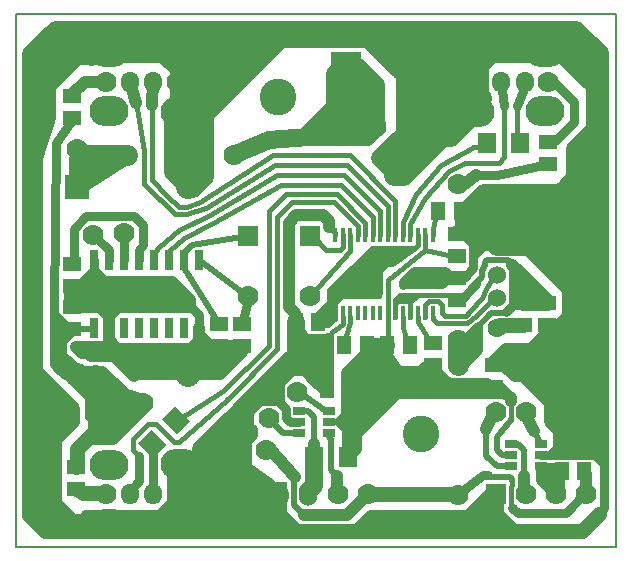
<source format=gbr>
G04 #@! TF.FileFunction,Copper,L2,Bot,Signal*
%FSLAX46Y46*%
G04 Gerber Fmt 4.6, Leading zero omitted, Abs format (unit mm)*
G04 Created by KiCad (PCBNEW (2015-09-15 BZR 6201)-product) date Fri 01 Apr 2016 05:48:24 PM EEST*
%MOMM*%
G01*
G04 APERTURE LIST*
%ADD10C,0.100000*%
%ADD11C,0.150000*%
%ADD12R,1.778000X1.778000*%
%ADD13C,1.778000*%
%ADD14R,1.297940X1.498600*%
%ADD15R,1.498600X1.297940*%
%ADD16C,1.600200*%
%ADD17C,1.524000*%
%ADD18C,3.500120*%
%ADD19R,1.597660X1.800860*%
%ADD20R,2.032000X2.032000*%
%ADD21C,2.032000*%
%ADD22R,2.499360X2.499360*%
%ADD23C,2.499360*%
%ADD24R,0.635000X1.651000*%
%ADD25R,1.016000X0.635000*%
%ADD26R,1.524000X2.032000*%
%ADD27O,1.524000X2.032000*%
%ADD28C,3.101340*%
%ADD29O,1.524000X1.778000*%
%ADD30O,3.302000X2.540000*%
%ADD31R,0.304800X1.143000*%
%ADD32C,0.381000*%
%ADD33C,0.762000*%
%ADD34C,1.778000*%
%ADD35C,1.016000*%
%ADD36C,1.270000*%
%ADD37C,1.524000*%
%ADD38C,0.508000*%
G04 APERTURE END LIST*
D10*
D11*
X0Y0D02*
X0Y-45085000D01*
X50800000Y0D02*
X0Y0D01*
X50800000Y-45085000D02*
X50800000Y0D01*
X0Y-45085000D02*
X50800000Y-45085000D01*
D12*
X24892000Y-18796000D03*
D13*
X24892000Y-23876000D03*
D14*
X29715460Y-28003500D03*
X27815540Y-28003500D03*
X31435040Y-28003500D03*
X33334960Y-28003500D03*
D15*
X35306000Y-29715460D03*
X35306000Y-27815540D03*
D14*
X37652960Y-16637000D03*
X35753040Y-16637000D03*
D15*
X44958000Y-24450040D03*
X44958000Y-26349960D03*
X42926000Y-26349960D03*
X42926000Y-24450040D03*
X37338000Y-24190960D03*
X37338000Y-22291040D03*
X37338000Y-20507960D03*
X37338000Y-18608040D03*
D14*
X25587960Y-26035000D03*
X23688040Y-26035000D03*
D16*
X40767000Y-26543000D03*
D17*
X40767000Y-24043640D03*
X40767000Y-22044660D03*
D16*
X40767000Y-19542760D03*
D18*
X43517820Y-29542740D03*
X43517820Y-16543020D03*
D15*
X45085000Y-12697460D03*
X45085000Y-10797540D03*
D12*
X33020000Y-9525000D03*
D13*
X30480000Y-9525000D03*
D12*
X4127500Y-33845500D03*
D13*
X6667500Y-33845500D03*
D19*
X39855140Y-10922000D03*
X42694860Y-10922000D03*
D20*
X5207000Y-14668500D03*
D21*
X14605000Y-14668500D03*
X5207000Y-30543500D03*
X14605000Y-30543500D03*
D22*
X27940000Y-4445000D03*
D23*
X32941260Y-4445000D03*
D15*
X4762500Y-8823960D03*
X4762500Y-6924040D03*
D12*
X19685000Y-18796000D03*
D13*
X19685000Y-23876000D03*
D15*
X17208500Y-26228040D03*
X17208500Y-28127960D03*
X19177000Y-26228040D03*
X19177000Y-28127960D03*
D24*
X6604000Y-20828000D03*
X7874000Y-20828000D03*
X9144000Y-20828000D03*
X10414000Y-20828000D03*
X11684000Y-20828000D03*
X12954000Y-20828000D03*
X14224000Y-20828000D03*
X15494000Y-20828000D03*
X15494000Y-26543000D03*
X14224000Y-26543000D03*
X12954000Y-26543000D03*
X11684000Y-26543000D03*
X10414000Y-26543000D03*
X9144000Y-26543000D03*
X7874000Y-26543000D03*
X6604000Y-26543000D03*
D15*
X5080000Y-38293040D03*
X5080000Y-40192960D03*
X4762500Y-24767540D03*
X4762500Y-26667460D03*
X4762500Y-23047960D03*
X4762500Y-21148040D03*
D10*
G36*
X13505151Y-33163949D02*
X14778551Y-34437349D01*
X13648835Y-35567065D01*
X12375435Y-34293665D01*
X13505151Y-33163949D01*
X13505151Y-33163949D01*
G37*
G36*
X11497165Y-35171935D02*
X12770565Y-36445335D01*
X11640849Y-37575051D01*
X10367449Y-36301651D01*
X11497165Y-35171935D01*
X11497165Y-35171935D01*
G37*
D14*
X28254960Y-31750000D03*
X26355040Y-31750000D03*
D25*
X24003000Y-35496500D03*
X24003000Y-34546540D03*
X24003000Y-33596580D03*
X26543000Y-33596580D03*
X26543000Y-34546540D03*
X26543000Y-35496500D03*
D26*
X22225000Y-40640000D03*
D27*
X24765000Y-40640000D03*
D13*
X27305000Y-40640000D03*
X29845000Y-40640000D03*
D28*
X22225000Y-6985000D03*
X34290000Y-35560000D03*
D15*
X40449500Y-31556960D03*
X40449500Y-29657040D03*
D25*
X44450000Y-36385500D03*
X44450000Y-37335460D03*
X44450000Y-38285420D03*
X41910000Y-38285420D03*
X41910000Y-37335460D03*
X41910000Y-36385500D03*
D14*
X46230540Y-38671500D03*
X48130460Y-38671500D03*
D12*
X40640000Y-40640000D03*
D13*
X43180000Y-40640000D03*
X45720000Y-40640000D03*
X48260000Y-40640000D03*
D12*
X45720000Y-33655000D03*
D13*
X43180000Y-33655000D03*
X40640000Y-33655000D03*
D19*
X25250140Y-37465000D03*
X28089860Y-37465000D03*
D13*
X45085000Y-5715000D03*
D29*
X43085000Y-5715000D03*
X41085000Y-5715000D03*
D13*
X39085000Y-5715000D03*
D30*
X38830000Y-8255000D03*
X38830000Y-3175000D03*
X44835000Y-8215000D03*
X44835000Y-3215000D03*
D13*
X7620000Y-5715000D03*
D29*
X9620000Y-5715000D03*
X11620000Y-5715000D03*
D13*
X13620000Y-5715000D03*
D30*
X13875000Y-3175000D03*
X13875000Y-8255000D03*
X7870000Y-3215000D03*
X7870000Y-8215000D03*
D13*
X7620000Y-40640000D03*
D29*
X9620000Y-40640000D03*
X11620000Y-40640000D03*
D13*
X13620000Y-40640000D03*
D30*
X13875000Y-38100000D03*
X13875000Y-43180000D03*
X7870000Y-38140000D03*
X7870000Y-43140000D03*
D31*
X27051000Y-18669000D03*
X27686000Y-18669000D03*
X28321000Y-18669000D03*
X28956000Y-18669000D03*
X29591000Y-18669000D03*
X30226000Y-18669000D03*
X30861000Y-18669000D03*
X31496000Y-18669000D03*
X32131000Y-18669000D03*
X32766000Y-18669000D03*
X33401000Y-18669000D03*
X34036000Y-18669000D03*
X34671000Y-18669000D03*
X35306000Y-18669000D03*
X35306000Y-25336500D03*
X34671000Y-25336500D03*
X34036000Y-25336500D03*
X33401000Y-25336500D03*
X32766000Y-25336500D03*
X32131000Y-25336500D03*
X31496000Y-25336500D03*
X30861000Y-25336500D03*
X30226000Y-25336500D03*
X29591000Y-25336500D03*
X28956000Y-25336500D03*
X28321000Y-25336500D03*
X27686000Y-25336500D03*
X27051000Y-25336500D03*
D13*
X5207000Y-11430000D03*
X14605000Y-11430000D03*
X37465000Y-27559000D03*
X37465000Y-14351000D03*
X37465000Y-40703500D03*
X37465000Y-29654500D03*
X21209000Y-36893500D03*
X10731500Y-32956500D03*
X9398000Y-11938000D03*
X18478500Y-11938000D03*
X6540500Y-18669000D03*
X21399500Y-34226500D03*
X9144000Y-18542000D03*
X23812500Y-32004000D03*
D32*
X27686000Y-18669000D02*
X27686000Y-19685000D01*
X26289000Y-19939000D02*
X25146000Y-18796000D01*
X27432000Y-19939000D02*
X26289000Y-19939000D01*
X27686000Y-19685000D02*
X27432000Y-19939000D01*
X25146000Y-18796000D02*
X24892000Y-18796000D01*
X28321000Y-18669000D02*
X28321000Y-20066000D01*
X28321000Y-20066000D02*
X24892000Y-23876000D01*
X28321000Y-25654000D02*
X28321000Y-26098500D01*
X28321000Y-26098500D02*
X27749500Y-27813000D01*
X27749500Y-27813000D02*
X27813000Y-27813000D01*
X27813000Y-27813000D02*
X27815540Y-28003500D01*
X32766000Y-25654000D02*
X32766000Y-26543000D01*
X32766000Y-26543000D02*
X33147000Y-27622500D01*
X33147000Y-27622500D02*
X33274000Y-27622500D01*
X33274000Y-27622500D02*
X33334960Y-28003500D01*
X34036000Y-25654000D02*
X34036000Y-26098500D01*
X34036000Y-26098500D02*
X35179000Y-27813000D01*
X35179000Y-27813000D02*
X35306000Y-27815540D01*
X26670000Y-27159857D02*
X26670000Y-31496000D01*
X26670000Y-31496000D02*
X26289000Y-31877000D01*
X26289000Y-31877000D02*
X26355040Y-31750000D01*
X26670000Y-27159857D02*
X26670000Y-27159857D01*
X26670000Y-27159857D02*
X26307143Y-27159857D01*
X26307143Y-27159857D02*
X25463500Y-28003500D01*
X25463500Y-28003500D02*
X25336500Y-28003500D01*
X25336500Y-28003500D02*
X25463500Y-28003500D01*
D33*
X35179000Y-21717000D02*
X33718500Y-21717000D01*
X33718500Y-21717000D02*
X32766000Y-22669500D01*
X32766000Y-22669500D02*
X32766000Y-22923500D01*
X32766000Y-22923500D02*
X32829500Y-22860000D01*
X32829500Y-22860000D02*
X34861500Y-22860000D01*
X34861500Y-22860000D02*
X35560000Y-22161500D01*
X35560000Y-22161500D02*
X35560000Y-22291040D01*
D34*
X13875000Y-8255000D02*
X13589000Y-8255000D01*
X13589000Y-8255000D02*
X13398500Y-8445500D01*
X13398500Y-8445500D02*
X13398500Y-13271500D01*
X13398500Y-13271500D02*
X14478000Y-14351000D01*
X14478000Y-14351000D02*
X14605000Y-14668500D01*
D35*
X7870000Y-3215000D02*
X7870000Y-3433000D01*
X7870000Y-3433000D02*
X7493000Y-3810000D01*
X7493000Y-3810000D02*
X4381500Y-3810000D01*
X4381500Y-3810000D02*
X2921000Y-5270500D01*
X2921000Y-5270500D02*
X2476500Y-5270500D01*
D34*
X2476500Y-8699500D02*
X2476500Y-5270500D01*
X2476500Y-5270500D02*
X2476500Y-5969000D01*
X2476500Y-5969000D02*
X4889500Y-3556000D01*
X4889500Y-3556000D02*
X4889500Y-2857500D01*
X7870000Y-3215000D02*
X6754500Y-3215000D01*
X2476500Y-8699500D02*
X1397000Y-12065000D01*
X24447500Y-1905000D02*
X24193500Y-1905000D01*
X24193500Y-1905000D02*
X23685500Y-1397000D01*
X23685500Y-1397000D02*
X3365500Y-1397000D01*
X3365500Y-1397000D02*
X1397000Y-3365500D01*
X1397000Y-3365500D02*
X1397000Y-10477500D01*
X44259500Y-1397000D02*
X44958000Y-1397000D01*
X44958000Y-1397000D02*
X46863000Y-3302000D01*
X46863000Y-3302000D02*
X48387000Y-3302000D01*
X48387000Y-3302000D02*
X48387000Y-2413000D01*
X47371000Y-1397000D02*
X48387000Y-2413000D01*
X48387000Y-2413000D02*
X49276000Y-3302000D01*
X49276000Y-3302000D02*
X49276000Y-12001500D01*
X47625000Y-16637000D02*
X47625000Y-12890500D01*
X48514000Y-12001500D02*
X49276000Y-12001500D01*
X47625000Y-12890500D02*
X48514000Y-12001500D01*
X44835000Y-3215000D02*
X46268000Y-3215000D01*
X46268000Y-3215000D02*
X49085500Y-6032500D01*
X49085500Y-6032500D02*
X49085500Y-9779000D01*
X49085500Y-9779000D02*
X47434500Y-11430000D01*
X47434500Y-11430000D02*
X47434500Y-15367000D01*
X47434500Y-15367000D02*
X47625000Y-15367000D01*
X38830000Y-8255000D02*
X36893500Y-8255000D01*
X35750500Y-9271000D02*
X35750500Y-9080500D01*
X35877500Y-9271000D02*
X35750500Y-9271000D01*
X36893500Y-8255000D02*
X35877500Y-9271000D01*
X39085000Y-5715000D02*
X39085000Y-4285500D01*
X39085000Y-4285500D02*
X40386000Y-2984500D01*
X40386000Y-2984500D02*
X38830000Y-3175000D01*
X39085000Y-5715000D02*
X39085000Y-8095500D01*
X39085000Y-8095500D02*
X38925500Y-8255000D01*
X38925500Y-8255000D02*
X38830000Y-8255000D01*
X17653000Y-4191000D02*
X16637000Y-4191000D01*
X16573500Y-4127500D02*
X15875000Y-4127500D01*
X16637000Y-4191000D02*
X16573500Y-4127500D01*
X25082500Y-1905000D02*
X24447500Y-1905000D01*
X24447500Y-1905000D02*
X2921000Y-1905000D01*
X1968500Y-6604000D02*
X2349500Y-6604000D01*
X1587500Y-6604000D02*
X1968500Y-6604000D01*
X1460500Y-6477000D02*
X1587500Y-6604000D01*
X1460500Y-3365500D02*
X1460500Y-6477000D01*
X2921000Y-1905000D02*
X1460500Y-3365500D01*
D35*
X7870000Y-3215000D02*
X6500500Y-3215000D01*
X7870000Y-3215000D02*
X7389500Y-3215000D01*
D36*
X13620000Y-5715000D02*
X13620000Y-4666500D01*
X12128500Y-3175000D02*
X12128500Y-2794000D01*
X13620000Y-4666500D02*
X12128500Y-3175000D01*
X13875000Y-8255000D02*
X13875000Y-3016000D01*
X13875000Y-3016000D02*
X13906500Y-3047500D01*
X13906500Y-3047500D02*
X13906500Y-3048000D01*
X13906500Y-3048000D02*
X13875000Y-3175000D01*
X13620000Y-5715000D02*
X13620000Y-7651000D01*
X13620000Y-7651000D02*
X14097000Y-8128000D01*
X14097000Y-8128000D02*
X13875000Y-8255000D01*
X4127500Y-33845500D02*
X4445000Y-33845500D01*
X4445000Y-33845500D02*
X4762500Y-33528000D01*
X4762500Y-33528000D02*
X4762500Y-34480500D01*
X4762500Y-34480500D02*
X3492500Y-35750500D01*
X3492500Y-35750500D02*
X2984500Y-35750500D01*
D34*
X17843500Y-37719000D02*
X17145000Y-37719000D01*
X16827500Y-38036500D02*
X16827500Y-38481000D01*
X17145000Y-37719000D02*
X16827500Y-38036500D01*
X13620000Y-40640000D02*
X13620000Y-41561500D01*
X11811000Y-43370500D02*
X14414500Y-43370500D01*
X13620000Y-41561500D02*
X11811000Y-43370500D01*
X14414500Y-43370500D02*
X17272000Y-40513000D01*
X17272000Y-40513000D02*
X17272000Y-41021000D01*
X13620000Y-40640000D02*
X13620000Y-38259500D01*
X13620000Y-38259500D02*
X13716000Y-38163500D01*
X13716000Y-38163500D02*
X13875000Y-38100000D01*
D36*
X40640000Y-41783000D02*
X40513000Y-41783000D01*
X40513000Y-41783000D02*
X38989000Y-43307000D01*
X38989000Y-43307000D02*
X38989000Y-43751500D01*
X40640000Y-40640000D02*
X40640000Y-41783000D01*
X40640000Y-41783000D02*
X40640000Y-42291000D01*
X40640000Y-42291000D02*
X42100500Y-43751500D01*
X40640000Y-40640000D02*
X40195500Y-40640000D01*
X40195500Y-40640000D02*
X38290500Y-42545000D01*
X38290500Y-42545000D02*
X30099000Y-42545000D01*
X30099000Y-42545000D02*
X29146500Y-43497500D01*
X29146500Y-43497500D02*
X29146500Y-43751500D01*
X21272500Y-42481500D02*
X20701000Y-42481500D01*
X20701000Y-42481500D02*
X20193000Y-42989500D01*
X20193000Y-42989500D02*
X20193000Y-42098310D01*
X22796500Y-43751500D02*
X22542500Y-43751500D01*
X22542500Y-43751500D02*
X21272500Y-42481500D01*
X21272500Y-42481500D02*
X21145500Y-42354500D01*
X21145500Y-42354500D02*
X21145500Y-41474258D01*
X24701500Y-43751500D02*
X22796500Y-43751500D01*
X22796500Y-43751500D02*
X2476500Y-43751500D01*
X2857500Y-38544500D02*
X2984500Y-38544500D01*
X1143000Y-40259000D02*
X2857500Y-38544500D01*
X1143000Y-42418000D02*
X1143000Y-40259000D01*
X2476500Y-43751500D02*
X1143000Y-42418000D01*
X42672000Y-43751500D02*
X42100500Y-43751500D01*
X42100500Y-43751500D02*
X38989000Y-43751500D01*
X38989000Y-43751500D02*
X29146500Y-43751500D01*
X29146500Y-43751500D02*
X24701500Y-43751500D01*
X24701500Y-43751500D02*
X23685500Y-43751500D01*
X23685500Y-43751500D02*
X22288500Y-42354500D01*
X22288500Y-42354500D02*
X22288500Y-40576500D01*
X22288500Y-40576500D02*
X22225000Y-40640000D01*
D33*
X49784000Y-38735000D02*
X49784000Y-38100000D01*
X49784000Y-38100000D02*
X49085500Y-37401500D01*
X49085500Y-37401500D02*
X49085500Y-37335460D01*
X49784000Y-36258500D02*
X49784000Y-38735000D01*
X49784000Y-38735000D02*
X49784000Y-41783000D01*
X49784000Y-41783000D02*
X49276000Y-42291000D01*
X49276000Y-42291000D02*
X49276000Y-42418000D01*
D36*
X40640000Y-40640000D02*
X40640000Y-43243500D01*
X40640000Y-43243500D02*
X41148000Y-43751500D01*
X41148000Y-43751500D02*
X42672000Y-43751500D01*
X42672000Y-43751500D02*
X47942500Y-43751500D01*
X47942500Y-43751500D02*
X49276000Y-42418000D01*
X49276000Y-42418000D02*
X49339500Y-42354500D01*
D33*
X44450000Y-37335460D02*
X49085500Y-37335460D01*
X49085500Y-37335460D02*
X49215040Y-37335460D01*
X49215040Y-37335460D02*
X49784000Y-36766500D01*
X49784000Y-36766500D02*
X49784000Y-36258500D01*
X49784000Y-36258500D02*
X49784000Y-34544000D01*
X49784000Y-34544000D02*
X48895000Y-33655000D01*
X48895000Y-33655000D02*
X49276000Y-33655000D01*
D34*
X46418500Y-35115500D02*
X46418500Y-30670500D01*
X46418500Y-30670500D02*
X46990000Y-30099000D01*
X46990000Y-30099000D02*
X46990000Y-30035500D01*
X46990000Y-30035500D02*
X47688500Y-30035500D01*
X47688500Y-36639500D02*
X47688500Y-30035500D01*
X47688500Y-30035500D02*
X47688500Y-28257500D01*
X47688500Y-28257500D02*
X47561500Y-28130500D01*
X47561500Y-28130500D02*
X47561500Y-26924000D01*
X49276000Y-23876000D02*
X49276000Y-33655000D01*
X49276000Y-33655000D02*
X49276000Y-36068000D01*
X49276000Y-36068000D02*
X48704500Y-36639500D01*
X48704500Y-36639500D02*
X47688500Y-36639500D01*
X47688500Y-36639500D02*
X46355000Y-36639500D01*
X46355000Y-36639500D02*
X46418500Y-36576000D01*
X46418500Y-36576000D02*
X46418500Y-35115500D01*
X46418500Y-35115500D02*
X46418500Y-35242500D01*
X46418500Y-35242500D02*
X45529500Y-34353500D01*
X45529500Y-34353500D02*
X45529500Y-32385000D01*
X45529500Y-32385000D02*
X45720000Y-32385000D01*
X45720000Y-33655000D02*
X45720000Y-32385000D01*
X45720000Y-32385000D02*
X45720000Y-28765500D01*
X45720000Y-28765500D02*
X47561500Y-26924000D01*
X47561500Y-26924000D02*
X46863000Y-27622500D01*
X46863000Y-27622500D02*
X46863000Y-28194000D01*
X45720000Y-33655000D02*
X45720000Y-32893000D01*
X45720000Y-32893000D02*
X42735500Y-29908500D01*
X42735500Y-29908500D02*
X43517820Y-29542740D01*
D35*
X40449500Y-29657040D02*
X41277540Y-29657040D01*
X41277540Y-29657040D02*
X42291000Y-30670500D01*
X42291000Y-30670500D02*
X45339000Y-30670500D01*
X45339000Y-30670500D02*
X49276000Y-26733500D01*
X49276000Y-26733500D02*
X49276000Y-25654000D01*
X43517820Y-29542740D02*
X43517820Y-29189680D01*
X43517820Y-29189680D02*
X43284140Y-28956000D01*
X43284140Y-28956000D02*
X41719500Y-28956000D01*
X40449500Y-29657040D02*
X40449500Y-29337000D01*
X40449500Y-29337000D02*
X41465500Y-28321000D01*
X41465500Y-28321000D02*
X44577000Y-28321000D01*
X44577000Y-28321000D02*
X43517820Y-29542740D01*
X40449500Y-29657040D02*
X43436540Y-29657040D01*
X43436540Y-29657040D02*
X43751500Y-29972000D01*
X43751500Y-29972000D02*
X43751500Y-28702000D01*
X43751500Y-28702000D02*
X43815000Y-28638500D01*
X43815000Y-28638500D02*
X43878500Y-28638500D01*
X43878500Y-28638500D02*
X43517820Y-29542740D01*
D33*
X44450000Y-37335460D02*
X45214540Y-37335460D01*
X45214540Y-37335460D02*
X45783500Y-36766500D01*
X45783500Y-36766500D02*
X45783500Y-33464500D01*
X45783500Y-33464500D02*
X45720000Y-33655000D01*
D35*
X15875000Y-38100000D02*
X15938500Y-38100000D01*
X15938500Y-38100000D02*
X17526000Y-36512500D01*
X17526000Y-36512500D02*
X17843500Y-36512500D01*
X17843500Y-38481000D02*
X17843500Y-37719000D01*
X17843500Y-37719000D02*
X17843500Y-36512500D01*
X17843500Y-36512500D02*
X17843500Y-36131500D01*
X17843500Y-36131500D02*
X17780000Y-36068000D01*
X17780000Y-36068000D02*
X17780000Y-35623500D01*
X19494500Y-39116000D02*
X19367500Y-39116000D01*
X19367500Y-39116000D02*
X18669000Y-38417500D01*
X18669000Y-38417500D02*
X18669000Y-35814000D01*
X18669000Y-35814000D02*
X18669000Y-35623500D01*
X20002500Y-35242500D02*
X20002500Y-35623500D01*
X20002500Y-35623500D02*
X19494500Y-36131500D01*
X19494500Y-36131500D02*
X19494500Y-39116000D01*
X19494500Y-39116000D02*
X19494500Y-38735000D01*
X19494500Y-38735000D02*
X19494500Y-38481000D01*
D34*
X32004000Y-13652500D02*
X32766000Y-13652500D01*
X32766000Y-13652500D02*
X36068000Y-10350500D01*
X36068000Y-10350500D02*
X36766500Y-10350500D01*
X36766500Y-10350500D02*
X38798500Y-8318500D01*
X38798500Y-8318500D02*
X38735000Y-8255000D01*
D37*
X38735000Y-8509000D02*
X38735000Y-8255000D01*
X32004000Y-13335000D02*
X32004000Y-13652500D01*
X32004000Y-13652500D02*
X32004000Y-12827000D01*
X32004000Y-12827000D02*
X35750500Y-9080500D01*
X35750500Y-9080500D02*
X35179000Y-9652000D01*
X35179000Y-9652000D02*
X35179000Y-9525000D01*
X33020000Y-9525000D02*
X33020000Y-10033000D01*
X33020000Y-10033000D02*
X30861000Y-12192000D01*
X30861000Y-12192000D02*
X32004000Y-13335000D01*
X38989000Y-8001000D02*
X38989000Y-7874000D01*
X38989000Y-7874000D02*
X38862000Y-7747000D01*
X38862000Y-7747000D02*
X38735000Y-8255000D01*
D34*
X32004000Y-2413000D02*
X31623000Y-2413000D01*
X31623000Y-2413000D02*
X31115000Y-1905000D01*
X31115000Y-1905000D02*
X25082500Y-1905000D01*
X25082500Y-1905000D02*
X21336000Y-1905000D01*
X21336000Y-1905000D02*
X21336000Y-2159000D01*
X21336000Y-2159000D02*
X21336000Y-2921000D01*
X36830000Y-4064000D02*
X36830000Y-3048000D01*
X36830000Y-3048000D02*
X36068000Y-2286000D01*
X36068000Y-2286000D02*
X36068000Y-1397000D01*
X36957000Y-1397000D02*
X36068000Y-1397000D01*
X36068000Y-1397000D02*
X35560000Y-1397000D01*
X35560000Y-1397000D02*
X34798000Y-2159000D01*
X34798000Y-2159000D02*
X34798000Y-1397000D01*
X35941000Y-8255000D02*
X35941000Y-4826000D01*
X35941000Y-4826000D02*
X33274000Y-2159000D01*
X33274000Y-2159000D02*
X33274000Y-1397000D01*
X34290000Y-8255000D02*
X34290000Y-4699000D01*
X34290000Y-4699000D02*
X32004000Y-2413000D01*
X32004000Y-2413000D02*
X31369000Y-1778000D01*
X31369000Y-1778000D02*
X31369000Y-1397000D01*
X38735000Y-8255000D02*
X35941000Y-8255000D01*
X35941000Y-8255000D02*
X34290000Y-8255000D01*
X34290000Y-8255000D02*
X33782000Y-8255000D01*
X33782000Y-8255000D02*
X33528000Y-8001000D01*
X33528000Y-8001000D02*
X33528000Y-7874000D01*
X33528000Y-7874000D02*
X33020000Y-7874000D01*
X33020000Y-9525000D02*
X33020000Y-7874000D01*
X33020000Y-7874000D02*
X33020000Y-5080000D01*
X33020000Y-5080000D02*
X29337000Y-1397000D01*
X33020000Y-9525000D02*
X35179000Y-9525000D01*
X35179000Y-9525000D02*
X37465000Y-9525000D01*
X37465000Y-9525000D02*
X38735000Y-8255000D01*
D35*
X22225000Y-40640000D02*
X19939000Y-40640000D01*
X19939000Y-40640000D02*
X19431000Y-41148000D01*
X19431000Y-41148000D02*
X19431000Y-41432655D01*
X21209000Y-41432655D02*
X19431000Y-41432655D01*
X19431000Y-41432655D02*
X18638345Y-41432655D01*
X18638345Y-41432655D02*
X17780000Y-42291000D01*
X17780000Y-42291000D02*
X17780000Y-43180000D01*
X17272000Y-38862000D02*
X17018000Y-39116000D01*
X17018000Y-39116000D02*
X15875000Y-38100000D01*
D34*
X22225000Y-40640000D02*
X22225000Y-40767000D01*
X22225000Y-40767000D02*
X21209000Y-41432655D01*
X21209000Y-41432655D02*
X21145500Y-41474258D01*
X21145500Y-41474258D02*
X20193000Y-42098310D01*
X20193000Y-42098310D02*
X18542000Y-43180000D01*
X18542000Y-43180000D02*
X17780000Y-43180000D01*
X17780000Y-43180000D02*
X14986000Y-43180000D01*
X14986000Y-43180000D02*
X14224000Y-42418000D01*
X14224000Y-42418000D02*
X14224000Y-42608500D01*
X38735000Y-8255000D02*
X34163000Y-3683000D01*
X34163000Y-3683000D02*
X34163000Y-4064000D01*
X33020000Y-4318000D02*
X33020000Y-4699000D01*
X45212000Y-15240000D02*
X45212000Y-17272000D01*
X45212000Y-17272000D02*
X44958000Y-17526000D01*
X44958000Y-17526000D02*
X43517820Y-16543020D01*
X46482000Y-14859000D02*
X46482000Y-18034000D01*
X46482000Y-18034000D02*
X46228000Y-18288000D01*
X46228000Y-18288000D02*
X46228000Y-19431000D01*
X47625000Y-14224000D02*
X47625000Y-15367000D01*
X47625000Y-15367000D02*
X47625000Y-16637000D01*
X47625000Y-16637000D02*
X47625000Y-19812000D01*
X47625000Y-19812000D02*
X47879000Y-20066000D01*
X47879000Y-20066000D02*
X47879000Y-21082000D01*
X47625000Y-14224000D02*
X47625000Y-13716000D01*
X47625000Y-13716000D02*
X46482000Y-14859000D01*
X46482000Y-14859000D02*
X46101000Y-15240000D01*
X46101000Y-15240000D02*
X45212000Y-15240000D01*
X45212000Y-15240000D02*
X39624000Y-15240000D01*
X39624000Y-15240000D02*
X38227000Y-16637000D01*
X38227000Y-16637000D02*
X38227000Y-17780000D01*
X38227000Y-17780000D02*
X38354000Y-17907000D01*
X38354000Y-17907000D02*
X38227000Y-17907000D01*
X38989000Y-6223000D02*
X36830000Y-4064000D01*
X36830000Y-4064000D02*
X36322000Y-3556000D01*
X36322000Y-3556000D02*
X36322000Y-3175000D01*
X38735000Y-8255000D02*
X38735000Y-7747000D01*
X38735000Y-7747000D02*
X35052000Y-4064000D01*
X35052000Y-4064000D02*
X34163000Y-4064000D01*
X34163000Y-4064000D02*
X33020000Y-4699000D01*
X33020000Y-4699000D02*
X33655000Y-4445000D01*
X20066000Y-4191000D02*
X17653000Y-4191000D01*
X17653000Y-4191000D02*
X18034000Y-4191000D01*
X18034000Y-4191000D02*
X16129000Y-6096000D01*
X16129000Y-6096000D02*
X15240000Y-6096000D01*
X15875000Y-8255000D02*
X16002000Y-8255000D01*
X16002000Y-8255000D02*
X20066000Y-4191000D01*
X20066000Y-4191000D02*
X21336000Y-2921000D01*
X21336000Y-2921000D02*
X22733000Y-1524000D01*
X22733000Y-1524000D02*
X22733000Y-1397000D01*
X25781000Y-1397000D02*
X29337000Y-1397000D01*
X29337000Y-1397000D02*
X31369000Y-1397000D01*
X31369000Y-1397000D02*
X33274000Y-1397000D01*
X33274000Y-1397000D02*
X34798000Y-1397000D01*
X34798000Y-1397000D02*
X36957000Y-1397000D01*
X36957000Y-1397000D02*
X44259500Y-1397000D01*
X44259500Y-1397000D02*
X47371000Y-1397000D01*
X49276000Y-12001500D02*
X49276000Y-23876000D01*
X49276000Y-23876000D02*
X49276000Y-25654000D01*
X49276000Y-25654000D02*
X49276000Y-25781000D01*
X49276000Y-25781000D02*
X46863000Y-28194000D01*
X46863000Y-28194000D02*
X47117000Y-27940000D01*
X47117000Y-27940000D02*
X46228000Y-27940000D01*
X46228000Y-27940000D02*
X46228000Y-28829000D01*
X24257000Y-1397000D02*
X24511000Y-1397000D01*
X24511000Y-1397000D02*
X22733000Y-1397000D01*
X15875000Y-3175000D02*
X21082000Y-3175000D01*
X21082000Y-3175000D02*
X22860000Y-1397000D01*
X22860000Y-1397000D02*
X24257000Y-1397000D01*
X24257000Y-1397000D02*
X25781000Y-1397000D01*
X32639000Y-4191000D02*
X32941260Y-4445000D01*
X38735000Y-3175000D02*
X36322000Y-3175000D01*
X36322000Y-3175000D02*
X33401000Y-3556000D01*
X33401000Y-3556000D02*
X32766000Y-4191000D01*
X32766000Y-4191000D02*
X32941260Y-4445000D01*
X32893000Y-4445000D02*
X32941260Y-4445000D01*
D33*
X47117000Y-23622000D02*
X46863000Y-23622000D01*
X46863000Y-23622000D02*
X43180000Y-19939000D01*
X43180000Y-19939000D02*
X43053000Y-19939000D01*
X43053000Y-19939000D02*
X43053000Y-19542760D01*
X36322000Y-21717000D02*
X35179000Y-21717000D01*
X35179000Y-21717000D02*
X34671000Y-21717000D01*
X36576000Y-22291040D02*
X35560000Y-22291040D01*
X35560000Y-22291040D02*
X33969960Y-22291040D01*
X33969960Y-22291040D02*
X33782000Y-22479000D01*
X33782000Y-22479000D02*
X33782000Y-22860000D01*
X37338000Y-22291040D02*
X36576000Y-22291040D01*
X36576000Y-22291040D02*
X36636960Y-22291040D01*
X36636960Y-22291040D02*
X36068000Y-22860000D01*
X36068000Y-22860000D02*
X33782000Y-22860000D01*
X36322000Y-21717000D02*
X36703000Y-22098000D01*
X36703000Y-22098000D02*
X37084000Y-22098000D01*
X37084000Y-22098000D02*
X37338000Y-22291040D01*
X15875000Y-43180000D02*
X14795500Y-43180000D01*
X14795500Y-43180000D02*
X14224000Y-42608500D01*
X14224000Y-42608500D02*
X13906500Y-42291000D01*
X13906500Y-42291000D02*
X5842000Y-42291000D01*
X5842000Y-42291000D02*
X6350000Y-43180000D01*
X15240000Y-40640000D02*
X14922500Y-40640000D01*
X14922500Y-40640000D02*
X12890500Y-42672000D01*
X12890500Y-42672000D02*
X12890500Y-43180000D01*
X15240000Y-40640000D02*
X15240000Y-41084500D01*
X15240000Y-41084500D02*
X13589000Y-42735500D01*
X13589000Y-42735500D02*
X13589000Y-43180000D01*
X22225000Y-40640000D02*
X22225000Y-40703500D01*
X22225000Y-40703500D02*
X21653500Y-41275000D01*
X21653500Y-41275000D02*
X19685000Y-40005000D01*
X19685000Y-40005000D02*
X19685000Y-40322500D01*
X22225000Y-40640000D02*
X20637500Y-39370000D01*
X20637500Y-39370000D02*
X19685000Y-40322500D01*
X19685000Y-40322500D02*
X16700500Y-43307000D01*
X16700500Y-43307000D02*
X15875000Y-43180000D01*
X22225000Y-40640000D02*
X19812000Y-39370000D01*
X19812000Y-39370000D02*
X16319500Y-42862500D01*
X16319500Y-42862500D02*
X15875000Y-43180000D01*
X22225000Y-40640000D02*
X18923000Y-39370000D01*
X18923000Y-39370000D02*
X17272000Y-41021000D01*
X17272000Y-41021000D02*
X16192500Y-42100500D01*
X16192500Y-42100500D02*
X15875000Y-43180000D01*
X18859500Y-34734500D02*
X18796000Y-34734500D01*
X18796000Y-34734500D02*
X18097500Y-35433000D01*
X18097500Y-35433000D02*
X18097500Y-35623500D01*
X21590000Y-32004000D02*
X21463000Y-32004000D01*
X21463000Y-32004000D02*
X19431000Y-34036000D01*
X19431000Y-34036000D02*
X19685000Y-34036000D01*
X21780500Y-31813500D02*
X21844000Y-31813500D01*
X21844000Y-31813500D02*
X23495000Y-30162500D01*
X22352000Y-31750000D02*
X21844000Y-31750000D01*
X21844000Y-31750000D02*
X21780500Y-31813500D01*
X21780500Y-31813500D02*
X21590000Y-32004000D01*
X21590000Y-32004000D02*
X21272500Y-32321500D01*
X21272500Y-32321500D02*
X21272500Y-31813500D01*
X22352000Y-32766000D02*
X22352000Y-31750000D01*
X22352000Y-31750000D02*
X22352000Y-30353000D01*
X22352000Y-30353000D02*
X22288500Y-30353000D01*
X22288500Y-30353000D02*
X22288500Y-30162500D01*
X22225000Y-32766000D02*
X22352000Y-32766000D01*
X22352000Y-32766000D02*
X20129500Y-32766000D01*
X20129500Y-32766000D02*
X20002500Y-32893000D01*
X20002500Y-32893000D02*
X19685000Y-32893000D01*
D35*
X19685000Y-38481000D02*
X19494500Y-38481000D01*
X19494500Y-38481000D02*
X18669000Y-38481000D01*
X18669000Y-38481000D02*
X16192500Y-40957500D01*
X16192500Y-40957500D02*
X15875000Y-40957500D01*
X19621500Y-35242500D02*
X20002500Y-35242500D01*
X20002500Y-35242500D02*
X19367500Y-35242500D01*
X19367500Y-35242500D02*
X18859500Y-34734500D01*
X18859500Y-34734500D02*
X18605500Y-34480500D01*
X18605500Y-34480500D02*
X18605500Y-33909000D01*
X20002500Y-35623500D02*
X18669000Y-35623500D01*
X18669000Y-35623500D02*
X18097500Y-35623500D01*
X18097500Y-35623500D02*
X17780000Y-35623500D01*
X17780000Y-35623500D02*
X17335500Y-35623500D01*
X17335500Y-35623500D02*
X17272000Y-35687000D01*
X17272000Y-35687000D02*
X17272000Y-35242500D01*
X16637000Y-37338000D02*
X16383000Y-37084000D01*
X16383000Y-37084000D02*
X15875000Y-38100000D01*
X16002000Y-37909500D02*
X15811500Y-37719000D01*
X15811500Y-37719000D02*
X15875000Y-38100000D01*
X22225000Y-40640000D02*
X22225000Y-40576500D01*
X22225000Y-40576500D02*
X21399500Y-39751000D01*
X21399500Y-39751000D02*
X19685000Y-38481000D01*
X19685000Y-38481000D02*
X17843500Y-38481000D01*
X17843500Y-38481000D02*
X16827500Y-38481000D01*
X16827500Y-38481000D02*
X15811500Y-38481000D01*
X15811500Y-38481000D02*
X15875000Y-38100000D01*
X22225000Y-40640000D02*
X15938500Y-39370000D01*
X15938500Y-39370000D02*
X15875000Y-39433500D01*
X15875000Y-39433500D02*
X15811500Y-39433500D01*
X15811500Y-39433500D02*
X15240000Y-39433500D01*
X20002500Y-35623500D02*
X19621500Y-35242500D01*
X19621500Y-35242500D02*
X19685000Y-35306000D01*
X19685000Y-35306000D02*
X19685000Y-34036000D01*
X19685000Y-34036000D02*
X19685000Y-32893000D01*
X19685000Y-32893000D02*
X19685000Y-32893000D01*
X19685000Y-32893000D02*
X19685000Y-32829500D01*
D32*
X26797000Y-26924000D02*
X26670000Y-27159857D01*
X26670000Y-27159857D02*
X26352500Y-27749500D01*
X26352500Y-27749500D02*
X26289000Y-27749500D01*
X26289000Y-27749500D02*
X26225500Y-27813000D01*
X26225500Y-27813000D02*
X26101040Y-27813000D01*
D35*
X24638000Y-27622500D02*
X24638000Y-29908500D01*
X24638000Y-29908500D02*
X24765000Y-30035500D01*
X24765000Y-30035500D02*
X24765000Y-30162500D01*
X25463500Y-27622500D02*
X25463500Y-28003500D01*
X25463500Y-28003500D02*
X25463500Y-30607000D01*
X25463500Y-30607000D02*
X25400000Y-30670500D01*
X25400000Y-30670500D02*
X25400000Y-31115000D01*
X26101040Y-31686500D02*
X26101040Y-27813000D01*
X26101040Y-27813000D02*
X26101040Y-27688540D01*
X26101040Y-27688540D02*
X26035000Y-27622500D01*
X26035000Y-27622500D02*
X25463500Y-27622500D01*
X25463500Y-27622500D02*
X24638000Y-27622500D01*
X24638000Y-27622500D02*
X23749000Y-27622500D01*
X23749000Y-27622500D02*
X23688040Y-27622500D01*
X24447500Y-30162500D02*
X24765000Y-30162500D01*
X24765000Y-30162500D02*
X23495000Y-30162500D01*
X23495000Y-30162500D02*
X22288500Y-30162500D01*
X22288500Y-30162500D02*
X22542500Y-30162500D01*
X22542500Y-30162500D02*
X22479000Y-30099000D01*
X22479000Y-30099000D02*
X22479000Y-30035500D01*
X26101040Y-31686500D02*
X25971500Y-31686500D01*
X25971500Y-31686500D02*
X25400000Y-31115000D01*
X25400000Y-31115000D02*
X24447500Y-30162500D01*
X24447500Y-30162500D02*
X23495000Y-29210000D01*
X23495000Y-29210000D02*
X23495000Y-29146500D01*
X23495000Y-29146500D02*
X23688040Y-29146500D01*
D32*
X25146000Y-27305000D02*
X24892000Y-27305000D01*
X24892000Y-27305000D02*
X24003000Y-28194000D01*
X24003000Y-28194000D02*
X23688040Y-28194000D01*
X24955500Y-27305000D02*
X25146000Y-27305000D01*
X25146000Y-27305000D02*
X24765000Y-27305000D01*
X24765000Y-27305000D02*
X24066500Y-26606500D01*
X24066500Y-26606500D02*
X23688040Y-26035000D01*
X27686000Y-25654000D02*
X27686000Y-26225500D01*
X27686000Y-26225500D02*
X26797000Y-26924000D01*
X24955500Y-27305000D02*
X24003000Y-27305000D01*
X24003000Y-27305000D02*
X23688040Y-27305000D01*
D33*
X24003000Y-34546540D02*
X23243540Y-34546540D01*
X23243540Y-34546540D02*
X22860000Y-34163000D01*
X22860000Y-34163000D02*
X22860000Y-33401000D01*
X22860000Y-33401000D02*
X22225000Y-32766000D01*
X22225000Y-32766000D02*
X21272500Y-31813500D01*
X21272500Y-31813500D02*
X21209000Y-31750000D01*
X21209000Y-31750000D02*
X21209000Y-31305500D01*
D35*
X15494000Y-26543000D02*
X15494000Y-29591000D01*
X15494000Y-29591000D02*
X14541500Y-30543500D01*
X14541500Y-30543500D02*
X14541500Y-30607000D01*
X14541500Y-30607000D02*
X14605000Y-30543500D01*
X17272000Y-30480000D02*
X10414000Y-30480000D01*
X10414000Y-30480000D02*
X10033000Y-30099000D01*
X10033000Y-30099000D02*
X10033000Y-30670500D01*
X18415000Y-29337000D02*
X18415000Y-28892500D01*
X18415000Y-28892500D02*
X18351500Y-28956000D01*
X18351500Y-28956000D02*
X9398000Y-28956000D01*
X9398000Y-28956000D02*
X9398000Y-29210000D01*
X18288000Y-29464000D02*
X9652000Y-29464000D01*
X9652000Y-29464000D02*
X9398000Y-29210000D01*
X9398000Y-29210000D02*
X9080500Y-28892500D01*
X9080500Y-28892500D02*
X9080500Y-28829000D01*
X9080500Y-28829000D02*
X9080500Y-28321000D01*
X7874000Y-26543000D02*
X7874000Y-27813000D01*
X7874000Y-27813000D02*
X7493000Y-28194000D01*
X7493000Y-28194000D02*
X5080000Y-28194000D01*
X5080000Y-28194000D02*
X5588000Y-28702000D01*
X5588000Y-28702000D02*
X6096000Y-28702000D01*
X6096000Y-28702000D02*
X6350000Y-28956000D01*
X6350000Y-28956000D02*
X8318500Y-28956000D01*
X8318500Y-28956000D02*
X10033000Y-30670500D01*
X17272000Y-30480000D02*
X18288000Y-29464000D01*
X18288000Y-29464000D02*
X18415000Y-29337000D01*
X18415000Y-29337000D02*
X19177000Y-28575000D01*
X19177000Y-28575000D02*
X19177000Y-28194000D01*
X19177000Y-28194000D02*
X19177000Y-28127960D01*
D33*
X16129000Y-28321000D02*
X15557500Y-27749500D01*
X15557500Y-27749500D02*
X15494000Y-27749500D01*
X15494000Y-26543000D02*
X15494000Y-27749500D01*
X15494000Y-27749500D02*
X15494000Y-27432000D01*
X15494000Y-27432000D02*
X14668500Y-28257500D01*
X14668500Y-28257500D02*
X14668500Y-28321000D01*
D35*
X7874000Y-25527000D02*
X7874000Y-27622500D01*
X7874000Y-27622500D02*
X8572500Y-28321000D01*
X8572500Y-28321000D02*
X9080500Y-28321000D01*
X9080500Y-28321000D02*
X14668500Y-28321000D01*
X14668500Y-28321000D02*
X16129000Y-28321000D01*
X16129000Y-28321000D02*
X19113500Y-28321000D01*
X19113500Y-28321000D02*
X19240500Y-28194000D01*
X19240500Y-28194000D02*
X19177000Y-28127960D01*
D33*
X7556500Y-22606000D02*
X6350000Y-22606000D01*
X6350000Y-22606000D02*
X6096000Y-22860000D01*
X6096000Y-22860000D02*
X6032500Y-22860000D01*
X6032500Y-22860000D02*
X6032500Y-23177500D01*
X6604000Y-20828000D02*
X6604000Y-21653500D01*
X6604000Y-21653500D02*
X7556500Y-22606000D01*
X7556500Y-22606000D02*
X7429500Y-22479000D01*
X7429500Y-22479000D02*
X13208000Y-22479000D01*
X13208000Y-22479000D02*
X14859000Y-24130000D01*
X14859000Y-24130000D02*
X14859000Y-24765000D01*
X14859000Y-24765000D02*
X14859000Y-24828500D01*
X6604000Y-20828000D02*
X6604000Y-21653500D01*
X6604000Y-21653500D02*
X5397500Y-22860000D01*
X5397500Y-22860000D02*
X4826000Y-22860000D01*
X4826000Y-22860000D02*
X4762500Y-23047960D01*
X4762500Y-23047960D02*
X4511040Y-23047960D01*
X4511040Y-23047960D02*
X4445000Y-23114000D01*
X4445000Y-23114000D02*
X4445000Y-24701500D01*
X4445000Y-24701500D02*
X4762500Y-24767540D01*
X14351000Y-24320500D02*
X4953000Y-24320500D01*
X4953000Y-24320500D02*
X4889500Y-24384000D01*
X4889500Y-24384000D02*
X4762500Y-24767540D01*
X14033500Y-24003000D02*
X5334000Y-24003000D01*
X5334000Y-24003000D02*
X5143500Y-24193500D01*
X5143500Y-24193500D02*
X5143500Y-24257000D01*
X5143500Y-24257000D02*
X4762500Y-24767540D01*
X13589000Y-23558500D02*
X5461000Y-23558500D01*
X5461000Y-23558500D02*
X4889500Y-24130000D01*
X4889500Y-24130000D02*
X4762500Y-24767540D01*
X14986000Y-24955500D02*
X14859000Y-24828500D01*
X14859000Y-24828500D02*
X14351000Y-24320500D01*
X14351000Y-24320500D02*
X14033500Y-24003000D01*
X14033500Y-24003000D02*
X13589000Y-23558500D01*
X13589000Y-23558500D02*
X13208000Y-23177500D01*
X13208000Y-23177500D02*
X6032500Y-23177500D01*
X6032500Y-23177500D02*
X4508500Y-23177500D01*
X4508500Y-23177500D02*
X4445000Y-23114000D01*
X4445000Y-23114000D02*
X4762500Y-23047960D01*
X7874000Y-26543000D02*
X7874000Y-25527000D01*
X7874000Y-25527000D02*
X7874000Y-25717500D01*
X7874000Y-25717500D02*
X7112000Y-24955500D01*
X7112000Y-24955500D02*
X7112000Y-24892000D01*
X7874000Y-26543000D02*
X7874000Y-25654000D01*
X7874000Y-25654000D02*
X8636000Y-24892000D01*
X15494000Y-26543000D02*
X15494000Y-25463500D01*
X15494000Y-25463500D02*
X14986000Y-24955500D01*
X14986000Y-24955500D02*
X14922500Y-24892000D01*
X14922500Y-24892000D02*
X8636000Y-24892000D01*
X8636000Y-24892000D02*
X7112000Y-24892000D01*
X7112000Y-24892000D02*
X4635500Y-24892000D01*
X4635500Y-24892000D02*
X4762500Y-24767540D01*
X17208500Y-28127960D02*
X16634460Y-28127960D01*
X16634460Y-28127960D02*
X15494000Y-26987500D01*
X15494000Y-26987500D02*
X15494000Y-26289000D01*
X15494000Y-26289000D02*
X15494000Y-26543000D01*
D35*
X17208500Y-28127960D02*
X19110960Y-28127960D01*
X19110960Y-28127960D02*
X19113500Y-28130500D01*
X19113500Y-28130500D02*
X19177000Y-28127960D01*
X4762500Y-24767540D02*
X4762500Y-23241000D01*
X4762500Y-23241000D02*
X4889500Y-23114000D01*
X4889500Y-23114000D02*
X4953000Y-23114000D01*
X4953000Y-23114000D02*
X4762500Y-23047960D01*
D34*
X14605000Y-30543500D02*
X14541500Y-30543500D01*
X1397000Y-30353000D02*
X1397000Y-41402000D01*
X3302000Y-43307000D02*
X6540500Y-43307000D01*
X1397000Y-41402000D02*
X3302000Y-43307000D01*
X6540500Y-43307000D02*
X6350000Y-43180000D01*
X2349500Y-4762500D02*
X2349500Y-6604000D01*
X1397000Y-13335000D02*
X1397000Y-12065000D01*
X1397000Y-12065000D02*
X1397000Y-10477500D01*
X1397000Y-10477500D02*
X1397000Y-5715000D01*
X4254500Y-2857500D02*
X4889500Y-2857500D01*
X4889500Y-2857500D02*
X7429500Y-2857500D01*
X1397000Y-5715000D02*
X2349500Y-4762500D01*
X2349500Y-4762500D02*
X4254500Y-2857500D01*
X7429500Y-2857500D02*
X6350000Y-3175000D01*
X12128500Y-2794000D02*
X15049500Y-2794000D01*
X15049500Y-2794000D02*
X15811500Y-3556000D01*
X15811500Y-3556000D02*
X15875000Y-3175000D01*
X2984500Y-31940500D02*
X2984500Y-35750500D01*
X2984500Y-35750500D02*
X2984500Y-38544500D01*
X2984500Y-38544500D02*
X2984500Y-41465500D01*
X4699000Y-43180000D02*
X6794500Y-43180000D01*
X2984500Y-41465500D02*
X4699000Y-43180000D01*
X6794500Y-43180000D02*
X6350000Y-43180000D01*
X6477000Y-43434000D02*
X6477000Y-43497500D01*
X6477000Y-43497500D02*
X6350000Y-43180000D01*
X4508500Y-33464500D02*
X4445000Y-33464500D01*
X1397000Y-30353000D02*
X2984500Y-31940500D01*
X2984500Y-31940500D02*
X4508500Y-33464500D01*
X1397000Y-13335000D02*
X1397000Y-30353000D01*
X14605000Y-14668500D02*
X14922500Y-14668500D01*
X14922500Y-14668500D02*
X15875000Y-13716000D01*
X15875000Y-13716000D02*
X15875000Y-7874000D01*
X15875000Y-7874000D02*
X15875000Y-8255000D01*
X14605000Y-14668500D02*
X14605000Y-9398000D01*
X14605000Y-9398000D02*
X15684500Y-8318500D01*
X15684500Y-8318500D02*
X15875000Y-8255000D01*
X6413500Y-42799000D02*
X6413500Y-42862500D01*
X6413500Y-42862500D02*
X6350000Y-43180000D01*
X15875000Y-43180000D02*
X12890500Y-43180000D01*
X12890500Y-43180000D02*
X13589000Y-43180000D01*
X13589000Y-43180000D02*
X6413500Y-43180000D01*
X6413500Y-43180000D02*
X6350000Y-43116500D01*
X6350000Y-43116500D02*
X6350000Y-43180000D01*
X15240000Y-40640000D02*
X15240000Y-42735500D01*
X15240000Y-42735500D02*
X15684500Y-43180000D01*
X15684500Y-43180000D02*
X15875000Y-43180000D01*
X15240000Y-40640000D02*
X15240000Y-39433500D01*
X15240000Y-39433500D02*
X15240000Y-38671500D01*
X15240000Y-38671500D02*
X15684500Y-38227000D01*
X15684500Y-38227000D02*
X15875000Y-38100000D01*
X15875000Y-38100000D02*
X15875000Y-40957500D01*
X15875000Y-40957500D02*
X15875000Y-42672000D01*
X15875000Y-42672000D02*
X15748000Y-42799000D01*
X15748000Y-42799000D02*
X15875000Y-43180000D01*
D37*
X23688040Y-26035000D02*
X23688040Y-27622500D01*
X23688040Y-27622500D02*
X23688040Y-27305000D01*
X23688040Y-27305000D02*
X23688040Y-28194000D01*
X23688040Y-28194000D02*
X23688040Y-29146500D01*
X23688040Y-29146500D02*
X23688040Y-28826460D01*
X23688040Y-28826460D02*
X22479000Y-30035500D01*
X22479000Y-30035500D02*
X21209000Y-31305500D01*
X21209000Y-31305500D02*
X19685000Y-32829500D01*
X19685000Y-32829500D02*
X18605500Y-33909000D01*
X18605500Y-33909000D02*
X17272000Y-35242500D01*
X17272000Y-35242500D02*
X15684500Y-36830000D01*
X15684500Y-36830000D02*
X15684500Y-38290500D01*
X15684500Y-38290500D02*
X15875000Y-38100000D01*
D34*
X39370000Y-7112000D02*
X38608000Y-7874000D01*
X38608000Y-7874000D02*
X38544500Y-7874000D01*
X38544500Y-7874000D02*
X38735000Y-8255000D01*
X15240000Y-5715000D02*
X15240000Y-6096000D01*
X15240000Y-6096000D02*
X15240000Y-7556500D01*
X15240000Y-7556500D02*
X15875000Y-8191500D01*
X15875000Y-8191500D02*
X15938500Y-8191500D01*
X15938500Y-8191500D02*
X15875000Y-8255000D01*
X15240000Y-5715000D02*
X15240000Y-5016500D01*
X15240000Y-5016500D02*
X13398500Y-3175000D01*
X13398500Y-3175000D02*
X13398500Y-3111500D01*
X15240000Y-5715000D02*
X15875000Y-5715000D01*
X6350000Y-3175000D02*
X6350000Y-3429000D01*
X15875000Y-3175000D02*
X13398500Y-3175000D01*
X13398500Y-3175000D02*
X6540500Y-3175000D01*
X6540500Y-3175000D02*
X6413500Y-3048000D01*
X6413500Y-3048000D02*
X6350000Y-3175000D01*
X15875000Y-8255000D02*
X15875000Y-4127500D01*
X15875000Y-4127500D02*
X15875000Y-3238500D01*
X15938500Y-3175000D02*
X15875000Y-3175000D01*
X15875000Y-3238500D02*
X15938500Y-3175000D01*
X38735000Y-3175000D02*
X38735000Y-8128000D01*
X38735000Y-8128000D02*
X38544500Y-8318500D01*
X38544500Y-8318500D02*
X38735000Y-8255000D01*
X46355000Y-3175000D02*
X39243000Y-3175000D01*
X39243000Y-3175000D02*
X38417500Y-3175000D01*
X38417500Y-3175000D02*
X38735000Y-3175000D01*
D33*
X39878000Y-19542760D02*
X39639240Y-19542760D01*
X39639240Y-19542760D02*
X38735000Y-20447000D01*
X37338000Y-22291040D02*
X37906960Y-22291040D01*
X37906960Y-22291040D02*
X38735000Y-21463000D01*
X38735000Y-21463000D02*
X38735000Y-20447000D01*
X38735000Y-20447000D02*
X38735000Y-19304000D01*
D34*
X44450000Y-17653000D02*
X42926000Y-17653000D01*
X42926000Y-17653000D02*
X41910000Y-18669000D01*
X41910000Y-18669000D02*
X41910000Y-19542760D01*
X40767000Y-19542760D02*
X41910000Y-19542760D01*
X41910000Y-19542760D02*
X43053000Y-19542760D01*
X43053000Y-19542760D02*
X45069760Y-19542760D01*
X45339000Y-19812000D02*
X45339000Y-20701000D01*
X45069760Y-19542760D02*
X45339000Y-19812000D01*
X43517820Y-16543020D02*
X43517820Y-16720820D01*
X43517820Y-16720820D02*
X44450000Y-17653000D01*
X44450000Y-17653000D02*
X46228000Y-19431000D01*
X46228000Y-19431000D02*
X47879000Y-21082000D01*
X47879000Y-21082000D02*
X48514000Y-21717000D01*
X48514000Y-26543000D02*
X46228000Y-28829000D01*
X46228000Y-28829000D02*
X45212000Y-29845000D01*
X48514000Y-21717000D02*
X48514000Y-26543000D01*
X45212000Y-29845000D02*
X43180000Y-29845000D01*
X43180000Y-29845000D02*
X43517820Y-29542740D01*
X43517820Y-16543020D02*
X43517820Y-18879820D01*
X43517820Y-18879820D02*
X45339000Y-20701000D01*
X47117000Y-25654000D02*
X43688000Y-29083000D01*
X45339000Y-20701000D02*
X47117000Y-22479000D01*
X47117000Y-22479000D02*
X47117000Y-23622000D01*
X47117000Y-23622000D02*
X47117000Y-25654000D01*
X43688000Y-29083000D02*
X43517820Y-29542740D01*
D36*
X44958000Y-26349960D02*
X44958000Y-28448000D01*
X44958000Y-28448000D02*
X43815000Y-29591000D01*
X43815000Y-29591000D02*
X43517820Y-29542740D01*
X44958000Y-26349960D02*
X44958000Y-27051000D01*
X44958000Y-27051000D02*
X43180000Y-28829000D01*
X43180000Y-28829000D02*
X43517820Y-29542740D01*
D35*
X37338000Y-18608040D02*
X38039040Y-18608040D01*
X38039040Y-18608040D02*
X38735000Y-19304000D01*
X38735000Y-19304000D02*
X38989000Y-19558000D01*
X43517820Y-16543020D02*
X42892980Y-16543020D01*
X42892980Y-16543020D02*
X41910000Y-17526000D01*
X38227000Y-17526000D02*
X38227000Y-17907000D01*
X38227000Y-17907000D02*
X38227000Y-17653000D01*
X41910000Y-17526000D02*
X38227000Y-17526000D01*
X41529000Y-18542000D02*
X38862000Y-18542000D01*
X37973000Y-17653000D02*
X38227000Y-17653000D01*
X38227000Y-17653000D02*
X37652960Y-17653000D01*
X38862000Y-18542000D02*
X37973000Y-17653000D01*
X40767000Y-19542760D02*
X40767000Y-19685000D01*
X43517820Y-16543020D02*
X43517820Y-16553180D01*
X43517820Y-16553180D02*
X41529000Y-18542000D01*
X41529000Y-18542000D02*
X40894000Y-19177000D01*
X40894000Y-19177000D02*
X40894000Y-19304000D01*
X40894000Y-19304000D02*
X40767000Y-19542760D01*
X37652960Y-16637000D02*
X43180000Y-16637000D01*
X43180000Y-16637000D02*
X43517820Y-16543020D01*
X40767000Y-19542760D02*
X39878000Y-19542760D01*
X39878000Y-19542760D02*
X39131240Y-19542760D01*
X39116000Y-19558000D02*
X38989000Y-19558000D01*
X39131240Y-19542760D02*
X39116000Y-19558000D01*
X26543000Y-18034000D02*
X26543000Y-17526000D01*
D32*
X27051000Y-18542000D02*
X26543000Y-18034000D01*
D35*
X23622000Y-25273000D02*
X23622000Y-26162000D01*
X23114000Y-24765000D02*
X23622000Y-25273000D01*
X23114000Y-17653000D02*
X23114000Y-24765000D01*
X23749000Y-17018000D02*
X23114000Y-17653000D01*
X26035000Y-17018000D02*
X23749000Y-17018000D01*
X26543000Y-17526000D02*
X26035000Y-17018000D01*
X23622000Y-26162000D02*
X23688040Y-26035000D01*
D32*
X27051000Y-18669000D02*
X27051000Y-18542000D01*
D35*
X37338000Y-18608040D02*
X38293040Y-18608040D01*
X38989000Y-19304000D02*
X38989000Y-19558000D01*
X38293040Y-18608040D02*
X38989000Y-19304000D01*
X37211000Y-22225000D02*
X37338000Y-22291040D01*
X37652960Y-16637000D02*
X37652960Y-17653000D01*
X37652960Y-17653000D02*
X37652960Y-18100040D01*
X37652960Y-18100040D02*
X37211000Y-18542000D01*
X37211000Y-18542000D02*
X37338000Y-18608040D01*
D32*
X35306000Y-18669000D02*
X35306000Y-18161000D01*
X35306000Y-18161000D02*
X35687000Y-16510000D01*
X35687000Y-16510000D02*
X35753040Y-16637000D01*
X35306000Y-25654000D02*
X35306000Y-25781000D01*
X35306000Y-25781000D02*
X35687000Y-26162000D01*
X35687000Y-26162000D02*
X38227000Y-26162000D01*
X38227000Y-26162000D02*
X38925500Y-25527000D01*
X38925500Y-25527000D02*
X40513000Y-24066500D01*
X40513000Y-24066500D02*
X40767000Y-24130000D01*
X40767000Y-24130000D02*
X40767000Y-24043640D01*
X34671000Y-25654000D02*
X34671000Y-24638000D01*
X38481000Y-25146000D02*
X39433500Y-24066500D01*
X39433500Y-24066500D02*
X39814500Y-23304500D01*
X39814500Y-23304500D02*
X40513000Y-22098000D01*
X38100000Y-25527000D02*
X38481000Y-25146000D01*
X36322000Y-25527000D02*
X38100000Y-25527000D01*
X36068000Y-25273000D02*
X36322000Y-25527000D01*
X36068000Y-24638000D02*
X36068000Y-25273000D01*
X35750500Y-24320500D02*
X36068000Y-24638000D01*
X34988500Y-24320500D02*
X35750500Y-24320500D01*
X34671000Y-24638000D02*
X34988500Y-24320500D01*
X40513000Y-22098000D02*
X40767000Y-22044660D01*
X11176000Y-34671000D02*
X11874500Y-34671000D01*
X17843500Y-32639000D02*
X17843500Y-32639000D01*
X9906000Y-35941000D02*
X11176000Y-34671000D01*
X9906000Y-36893500D02*
X9906000Y-35941000D01*
X10414000Y-37401500D02*
X9906000Y-36893500D01*
D33*
X10414000Y-39560500D02*
X10414000Y-37401500D01*
X10414000Y-39560500D02*
X9620000Y-40354500D01*
D32*
X13779500Y-36195000D02*
X17843500Y-32639000D01*
X13398500Y-36195000D02*
X13779500Y-36195000D01*
X11874500Y-34671000D02*
X13398500Y-36195000D01*
D33*
X9620000Y-40640000D02*
X9620000Y-40354500D01*
D32*
X28956000Y-18669000D02*
X28956000Y-17970500D01*
X22098000Y-28384500D02*
X17843500Y-32639000D01*
X17843500Y-32639000D02*
X17843500Y-32639000D01*
X17843500Y-32639000D02*
X17907000Y-32575500D01*
X22098000Y-17208500D02*
X22098000Y-28384500D01*
X23368000Y-15938500D02*
X22098000Y-17208500D01*
X26924000Y-15938500D02*
X23368000Y-15938500D01*
X28956000Y-17970500D02*
X26924000Y-15938500D01*
X21399500Y-28067000D02*
X17526000Y-31940500D01*
X17526000Y-31940500D02*
X13589000Y-34417000D01*
X29591000Y-18669000D02*
X29591000Y-17653000D01*
X21399500Y-16700500D02*
X21399500Y-28067000D01*
X22860000Y-15240000D02*
X21399500Y-16700500D01*
X27178000Y-15240000D02*
X22860000Y-15240000D01*
X29591000Y-17653000D02*
X27178000Y-15240000D01*
X16700500Y-17716500D02*
X14224000Y-18923000D01*
X14224000Y-18923000D02*
X12954000Y-20066000D01*
X12954000Y-20066000D02*
X12954000Y-20891500D01*
X30226000Y-18669000D02*
X30226000Y-17208500D01*
X22415500Y-14478000D02*
X16700500Y-17716500D01*
X27495500Y-14478000D02*
X22415500Y-14478000D01*
X30226000Y-17208500D02*
X27495500Y-14478000D01*
X16446500Y-17018000D02*
X13843000Y-18288000D01*
X13843000Y-18288000D02*
X12128500Y-19685000D01*
X12128500Y-19685000D02*
X11747500Y-20129500D01*
X30861000Y-18669000D02*
X30861000Y-16700500D01*
X22098000Y-13652500D02*
X16446500Y-17018000D01*
X27813000Y-13652500D02*
X22098000Y-13652500D01*
X30861000Y-16700500D02*
X27813000Y-13652500D01*
X14389100Y-16954500D02*
X13462000Y-16954500D01*
X21971000Y-12763500D02*
X16065500Y-16446500D01*
X16065500Y-16446500D02*
X14389100Y-16954500D01*
X31496000Y-18669000D02*
X31496000Y-16256000D01*
X31496000Y-16256000D02*
X28003500Y-12763500D01*
X28003500Y-12763500D02*
X21971000Y-12763500D01*
X10160000Y-7429500D02*
X10160000Y-7552531D01*
X10858500Y-11557000D02*
X10160000Y-7429500D01*
X10858500Y-14351000D02*
X10858500Y-11557000D01*
X13462000Y-16954500D02*
X10858500Y-14351000D01*
D35*
X10096500Y-7366000D02*
X10160000Y-7552531D01*
X10160000Y-7552531D02*
X9652000Y-5778500D01*
D32*
X9652000Y-5778500D02*
X9588500Y-5969000D01*
X14478000Y-16319500D02*
X13779500Y-16319500D01*
X15621000Y-15938500D02*
X14478000Y-16319500D01*
X12827000Y-15367000D02*
X11493500Y-14033500D01*
X11493500Y-14033500D02*
X11493500Y-7620000D01*
X13779500Y-16319500D02*
X12827000Y-15367000D01*
D35*
X11493500Y-7683500D02*
X11493500Y-7620000D01*
X11493500Y-7620000D02*
X11620500Y-5778500D01*
D32*
X11620500Y-5778500D02*
X11493500Y-5715000D01*
X21780500Y-11938000D02*
X15621000Y-15938500D01*
X32131000Y-18669000D02*
X32131000Y-15811500D01*
X32131000Y-15811500D02*
X28257500Y-11938000D01*
X28257500Y-11938000D02*
X21780500Y-11938000D01*
X38798500Y-11229399D02*
X39697601Y-11229399D01*
X39697601Y-11229399D02*
X39941500Y-10985500D01*
X39941500Y-10985500D02*
X39855140Y-10922000D01*
X36004500Y-12763500D02*
X38798500Y-11229399D01*
X38798500Y-11229399D02*
X38735000Y-11264265D01*
X33909000Y-15240000D02*
X36004500Y-12763500D01*
X32766000Y-17589500D02*
X33909000Y-15240000D01*
X32766000Y-18669000D02*
X32766000Y-17589500D01*
X40640000Y-12573000D02*
X40894000Y-12573000D01*
X41084500Y-5778500D02*
X41084500Y-5651500D01*
D33*
X41338500Y-7747000D02*
X41084500Y-5778500D01*
D32*
X41338500Y-12128500D02*
X41338500Y-7747000D01*
X40894000Y-12573000D02*
X41338500Y-12128500D01*
X41084500Y-5651500D02*
X41085000Y-5715000D01*
X40640000Y-12573000D02*
X40640000Y-12573000D01*
X40640000Y-12573000D02*
X40640000Y-12573000D01*
X38036500Y-12573000D02*
X40640000Y-12573000D01*
X36639500Y-13271500D02*
X38036500Y-12573000D01*
X34607500Y-15557500D02*
X36639500Y-13271500D01*
X33401000Y-17780000D02*
X34607500Y-15557500D01*
X33401000Y-18669000D02*
X33401000Y-17780000D01*
X41021000Y-5651500D02*
X41085000Y-5715000D01*
D36*
X42926000Y-26349960D02*
X40960040Y-26349960D01*
X40960040Y-26349960D02*
X40767000Y-26543000D01*
D35*
X28254960Y-31750000D02*
X28067000Y-31750000D01*
X28067000Y-31750000D02*
X28003500Y-31686500D01*
X28003500Y-31686500D02*
X28003500Y-30416500D01*
X28003500Y-30416500D02*
X29654500Y-28765500D01*
X29654500Y-28765500D02*
X29654500Y-29710380D01*
X28254960Y-31750000D02*
X28003500Y-31750000D01*
X28003500Y-31750000D02*
X28003500Y-34163000D01*
X28003500Y-34163000D02*
X28003500Y-34226500D01*
X28003500Y-34226500D02*
X28089860Y-34226500D01*
D33*
X41529000Y-32131000D02*
X32258000Y-32131000D01*
X32258000Y-32131000D02*
X29019500Y-35369500D01*
X29019500Y-35369500D02*
X28956000Y-35369500D01*
X28956000Y-35369500D02*
X28829000Y-35369500D01*
X36195000Y-30734000D02*
X35306000Y-30734000D01*
X35306000Y-30734000D02*
X35179000Y-30861000D01*
X35179000Y-30861000D02*
X35179000Y-30353000D01*
X35306000Y-29715460D02*
X35306000Y-29845000D01*
X35306000Y-29845000D02*
X36195000Y-30734000D01*
X36195000Y-30734000D02*
X36639500Y-31178500D01*
X36639500Y-31178500D02*
X39878000Y-31178500D01*
X39878000Y-31178500D02*
X40005000Y-31305500D01*
X40005000Y-31305500D02*
X40449500Y-31556960D01*
X35306000Y-29715460D02*
X34673540Y-29715460D01*
X34673540Y-29715460D02*
X34163000Y-30226000D01*
X34163000Y-30226000D02*
X34163000Y-30289500D01*
D35*
X40449500Y-31556960D02*
X30413960Y-31556960D01*
X30413960Y-31556960D02*
X30099000Y-31242000D01*
X30099000Y-31242000D02*
X30099000Y-31178500D01*
X30099000Y-31178500D02*
X30099000Y-30988000D01*
X40322500Y-31623000D02*
X40449500Y-31556960D01*
X35306000Y-29715460D02*
X35306000Y-30226000D01*
X35306000Y-30226000D02*
X35179000Y-30353000D01*
X35179000Y-30353000D02*
X34798000Y-30734000D01*
X34798000Y-30734000D02*
X34480500Y-31051500D01*
X34480500Y-31051500D02*
X32385000Y-31051500D01*
X32385000Y-31051500D02*
X28829000Y-34607500D01*
X28829000Y-34607500D02*
X28829000Y-35369500D01*
X28829000Y-35369500D02*
X28829000Y-36830000D01*
X28829000Y-36830000D02*
X28257500Y-37401500D01*
X28257500Y-37401500D02*
X28257500Y-37465000D01*
X28257500Y-37465000D02*
X28089860Y-37465000D01*
X35306000Y-29715460D02*
X35306000Y-29718000D01*
X35306000Y-29718000D02*
X34734500Y-30289500D01*
X34734500Y-30289500D02*
X34163000Y-30289500D01*
X34163000Y-30289500D02*
X32321500Y-30289500D01*
X32321500Y-30289500D02*
X31051500Y-28448000D01*
X31051500Y-28448000D02*
X31435040Y-28003500D01*
X41910000Y-32766000D02*
X41910000Y-32512000D01*
X41910000Y-32512000D02*
X41529000Y-32131000D01*
X41529000Y-32131000D02*
X41021000Y-31623000D01*
X41021000Y-31623000D02*
X40449500Y-31623000D01*
X40449500Y-31623000D02*
X40449500Y-31556960D01*
D32*
X41910000Y-34353500D02*
X41910000Y-32766000D01*
D38*
X41910000Y-37335460D02*
X41145460Y-37335460D01*
X41145460Y-37335460D02*
X40703500Y-36893500D01*
X40703500Y-36893500D02*
X40703500Y-35814000D01*
X40703500Y-35814000D02*
X41910000Y-34353500D01*
X28089860Y-34544000D02*
X27559000Y-34544000D01*
X26543000Y-34546540D02*
X27180540Y-34546540D01*
X27180540Y-34546540D02*
X28194000Y-35560000D01*
X28194000Y-35560000D02*
X28089860Y-35560000D01*
X26543000Y-34546540D02*
X27175460Y-34546540D01*
X27175460Y-34546540D02*
X28194000Y-33528000D01*
X28194000Y-33528000D02*
X28089860Y-33528000D01*
D35*
X28089860Y-37465000D02*
X28089860Y-35560000D01*
X28089860Y-35560000D02*
X28089860Y-34226500D01*
X28089860Y-34226500D02*
X28089860Y-34544000D01*
X28089860Y-34544000D02*
X28089860Y-34394140D01*
X28089860Y-34394140D02*
X31242000Y-31242000D01*
X31242000Y-31242000D02*
X31242000Y-29464000D01*
X31242000Y-29464000D02*
X31242000Y-30035500D01*
X28089860Y-37465000D02*
X28089860Y-33528000D01*
X28089860Y-33528000D02*
X28089860Y-30965140D01*
X28089860Y-30965140D02*
X29718000Y-29337000D01*
X29718000Y-29337000D02*
X29718000Y-29654500D01*
X31435040Y-30480000D02*
X30543500Y-30480000D01*
X30543500Y-30480000D02*
X29718000Y-29654500D01*
X29718000Y-29654500D02*
X29845000Y-29781500D01*
X29845000Y-29781500D02*
X29651960Y-29781500D01*
X31435040Y-30480000D02*
X31435040Y-30540960D01*
X31435040Y-30480000D02*
X30607000Y-30480000D01*
X30607000Y-30480000D02*
X30099000Y-30988000D01*
X30099000Y-30988000D02*
X28575000Y-32512000D01*
X28575000Y-32512000D02*
X28448000Y-32512000D01*
X29715460Y-28003500D02*
X29654500Y-29710380D01*
X29654500Y-29710380D02*
X29651960Y-29781500D01*
X29651960Y-29781500D02*
X29651960Y-29784040D01*
X31435040Y-30480000D02*
X29464000Y-30480000D01*
D36*
X31435040Y-30480000D02*
X31435040Y-30228540D01*
X31435040Y-30228540D02*
X31242000Y-30035500D01*
X31242000Y-30035500D02*
X29908500Y-28067000D01*
X29908500Y-28067000D02*
X29715460Y-28003500D01*
X31435040Y-28003500D02*
X29845000Y-28003500D01*
X29845000Y-28003500D02*
X29781500Y-27940000D01*
X29781500Y-27940000D02*
X29715460Y-28003500D01*
D35*
X31435040Y-28003500D02*
X31435040Y-30165040D01*
X31435040Y-30165040D02*
X31496000Y-30226000D01*
X31496000Y-30226000D02*
X31435040Y-30480000D01*
D32*
X31496000Y-25654000D02*
X31496000Y-27876500D01*
X31496000Y-27876500D02*
X31435040Y-28003500D01*
X34671000Y-19939000D02*
X37338000Y-20574000D01*
X37338000Y-20574000D02*
X37465000Y-20447000D01*
X37465000Y-20447000D02*
X37338000Y-20507960D01*
X31496000Y-25654000D02*
X31496000Y-22479000D01*
X34671000Y-19939000D02*
X34671000Y-18669000D01*
X31496000Y-22479000D02*
X34671000Y-19939000D01*
D35*
X29651960Y-29784040D02*
X28130500Y-31305500D01*
X28130500Y-31305500D02*
X28000960Y-31686500D01*
X29464000Y-30480000D02*
X28257500Y-31686500D01*
X28257500Y-31686500D02*
X28194000Y-31686500D01*
X28194000Y-31686500D02*
X28000960Y-31686500D01*
X28448000Y-32512000D02*
X28448000Y-32131000D01*
X28448000Y-32131000D02*
X28067000Y-31750000D01*
X28067000Y-31750000D02*
X28000960Y-31686500D01*
X31435040Y-30540960D02*
X28638500Y-33337500D01*
X28638500Y-33337500D02*
X28448000Y-33975040D01*
X28448000Y-33975040D02*
X28448000Y-32512000D01*
D32*
X30099000Y-22796500D02*
X29464000Y-22796500D01*
X29464000Y-22796500D02*
X29400500Y-22733000D01*
X29400500Y-22733000D02*
X29400500Y-22669500D01*
X30099000Y-22225000D02*
X30099000Y-22796500D01*
X30099000Y-22796500D02*
X30099000Y-22987000D01*
X30099000Y-22987000D02*
X30035500Y-23050500D01*
X30035500Y-23050500D02*
X28511500Y-23050500D01*
X28511500Y-23050500D02*
X28511500Y-22923500D01*
X30353000Y-21971000D02*
X30353000Y-23304500D01*
X30353000Y-23304500D02*
X28257500Y-23304500D01*
X28257500Y-23304500D02*
X28257500Y-23177500D01*
X30607000Y-21717000D02*
X30607000Y-23431500D01*
X30607000Y-23431500D02*
X30416500Y-23622000D01*
X30416500Y-23622000D02*
X28003500Y-23622000D01*
X28003500Y-23622000D02*
X28003500Y-23431500D01*
X33274000Y-19749698D02*
X33274000Y-19875500D01*
X33274000Y-19875500D02*
X33147000Y-20002500D01*
X33147000Y-20002500D02*
X30797500Y-20002500D01*
X30797500Y-20002500D02*
X27114500Y-23685500D01*
X27114500Y-23685500D02*
X27114500Y-23876000D01*
X30988000Y-19749698D02*
X30988000Y-20002500D01*
X30988000Y-20002500D02*
X27114500Y-23876000D01*
X27114500Y-23876000D02*
X26924000Y-24066500D01*
X27051000Y-25336500D02*
X27051000Y-24384000D01*
X27051000Y-24384000D02*
X27559000Y-23876000D01*
X27559000Y-23876000D02*
X30607000Y-23876000D01*
X30607000Y-23876000D02*
X30734000Y-23876000D01*
X26606500Y-26162000D02*
X26098500Y-26162000D01*
X26098500Y-26162000D02*
X25908000Y-25971500D01*
X25908000Y-25971500D02*
X25587960Y-26035000D01*
X26733500Y-25654000D02*
X26606500Y-25654000D01*
X26606500Y-25654000D02*
X26162000Y-26098500D01*
X26162000Y-26098500D02*
X25587960Y-26035000D01*
X27051000Y-25336500D02*
X27051000Y-25717500D01*
X27051000Y-25717500D02*
X26606500Y-26162000D01*
X26606500Y-26162000D02*
X26416000Y-26352500D01*
X26416000Y-26352500D02*
X25908000Y-26352500D01*
X25908000Y-26352500D02*
X25587960Y-26035000D01*
X26797000Y-25336500D02*
X26797000Y-25146000D01*
X26797000Y-25146000D02*
X26606500Y-24955500D01*
X26606500Y-24955500D02*
X26416000Y-24955500D01*
X27051000Y-25336500D02*
X26797000Y-25336500D01*
X26797000Y-25336500D02*
X26670000Y-25336500D01*
X26670000Y-25336500D02*
X26416000Y-25082500D01*
X26416000Y-25082500D02*
X26416000Y-25019000D01*
X26416000Y-25019000D02*
X26416000Y-24955500D01*
X26416000Y-24955500D02*
X26416000Y-24892000D01*
X27051000Y-25336500D02*
X26225500Y-25336500D01*
X26225500Y-25336500D02*
X25587960Y-26035000D01*
X30734000Y-23622000D02*
X30734000Y-23876000D01*
X30734000Y-23876000D02*
X30734000Y-23876000D01*
X30861000Y-23622000D02*
X30734000Y-23622000D01*
X30734000Y-23622000D02*
X30734000Y-23622000D01*
X30861000Y-21717000D02*
X30861000Y-22225000D01*
X30861000Y-22225000D02*
X30861000Y-22606000D01*
X30861000Y-22606000D02*
X30861000Y-22860000D01*
X30861000Y-22860000D02*
X30861000Y-23241000D01*
X30861000Y-23241000D02*
X30861000Y-23622000D01*
X29845000Y-22479000D02*
X29591000Y-22479000D01*
X29591000Y-22479000D02*
X29400500Y-22669500D01*
X29400500Y-22669500D02*
X28829000Y-23241000D01*
X28829000Y-23241000D02*
X28829000Y-22987000D01*
X31369000Y-21187433D02*
X31369000Y-21209000D01*
X31369000Y-21209000D02*
X30861000Y-21717000D01*
X30861000Y-21717000D02*
X30988000Y-21590000D01*
X30988000Y-21590000D02*
X30988000Y-21336000D01*
X31242000Y-21187433D02*
X31369000Y-21187433D01*
X31369000Y-21187433D02*
X31136567Y-21187433D01*
X31136567Y-21187433D02*
X30988000Y-21336000D01*
X30988000Y-21336000D02*
X30607000Y-21717000D01*
X30607000Y-21717000D02*
X30353000Y-21971000D01*
X30353000Y-21971000D02*
X30099000Y-22225000D01*
X30099000Y-22225000D02*
X29845000Y-22479000D01*
X29845000Y-22479000D02*
X29972000Y-22352000D01*
X32893000Y-20133094D02*
X32825906Y-20133094D01*
X32825906Y-20133094D02*
X32639000Y-20320000D01*
X32639000Y-20320000D02*
X32639000Y-20574000D01*
X32004000Y-20804037D02*
X31900963Y-20804037D01*
X31900963Y-20804037D02*
X31750000Y-20955000D01*
X31750000Y-20955000D02*
X30861000Y-20955000D01*
X31877000Y-21187433D02*
X31242000Y-21187433D01*
X31242000Y-21187433D02*
X30966433Y-21187433D01*
X30966433Y-21187433D02*
X30861000Y-21082000D01*
X30861000Y-21082000D02*
X30861000Y-20955000D01*
X32385000Y-20804037D02*
X32004000Y-20804037D01*
X32004000Y-20804037D02*
X31265963Y-20804037D01*
X31265963Y-20804037D02*
X31242000Y-20828000D01*
X31242000Y-20828000D02*
X31242000Y-20574000D01*
X32639000Y-20612339D02*
X32639000Y-20574000D01*
X32639000Y-20574000D02*
X32639000Y-20574000D01*
X32639000Y-20574000D02*
X32512000Y-20447000D01*
X32512000Y-20447000D02*
X31369000Y-20447000D01*
X33274000Y-20133094D02*
X32893000Y-20133094D01*
X32893000Y-20133094D02*
X31817094Y-20133094D01*
X31817094Y-20133094D02*
X31750000Y-20066000D01*
X32131000Y-19749698D02*
X32066302Y-19749698D01*
X32066302Y-19749698D02*
X31750000Y-20066000D01*
X31750000Y-20066000D02*
X31369000Y-20447000D01*
X31369000Y-20447000D02*
X31242000Y-20574000D01*
X31242000Y-20574000D02*
X30861000Y-20955000D01*
X30861000Y-20955000D02*
X28829000Y-22987000D01*
X27051000Y-24765000D02*
X26797000Y-25019000D01*
X26797000Y-25019000D02*
X26797000Y-25400000D01*
X31623000Y-19749698D02*
X31623000Y-19812000D01*
X31623000Y-19812000D02*
X28511500Y-22923500D01*
X28511500Y-22923500D02*
X28257500Y-23177500D01*
X28257500Y-23177500D02*
X28003500Y-23431500D01*
X28003500Y-23431500D02*
X26924000Y-24511000D01*
X26162000Y-25654000D02*
X25587960Y-26035000D01*
X30607000Y-19749698D02*
X30607000Y-19812000D01*
X30607000Y-19812000D02*
X26924000Y-23495000D01*
X26924000Y-23495000D02*
X26924000Y-24066500D01*
X26924000Y-24066500D02*
X26924000Y-24511000D01*
X26924000Y-24511000D02*
X26924000Y-24384000D01*
X26924000Y-24384000D02*
X26416000Y-24892000D01*
X26416000Y-24892000D02*
X25781000Y-25527000D01*
X25781000Y-25527000D02*
X25587960Y-26035000D01*
X33782000Y-19749698D02*
X33274000Y-19749698D01*
X33274000Y-19749698D02*
X32131000Y-19749698D01*
X32131000Y-19749698D02*
X31623000Y-19749698D01*
X31623000Y-19749698D02*
X30988000Y-19749698D01*
X30988000Y-19749698D02*
X31115000Y-19749698D01*
X31115000Y-19749698D02*
X30607000Y-19749698D01*
X30607000Y-19749698D02*
X30161302Y-19749698D01*
X30161302Y-19749698D02*
X26543000Y-23368000D01*
X26543000Y-23368000D02*
X26543000Y-24384000D01*
X26543000Y-24384000D02*
X25527000Y-25400000D01*
X25527000Y-25400000D02*
X25527000Y-25908000D01*
X25527000Y-25908000D02*
X25587960Y-26035000D01*
X27051000Y-25654000D02*
X26733500Y-25654000D01*
X26733500Y-25654000D02*
X25908000Y-25654000D01*
X25908000Y-25654000D02*
X25527000Y-26035000D01*
X25527000Y-26035000D02*
X25587960Y-26035000D01*
X34036000Y-18669000D02*
X34036000Y-19558000D01*
X27051000Y-24892000D02*
X27051000Y-25781000D01*
X34036000Y-19558000D02*
X33782000Y-19749698D01*
X33782000Y-19749698D02*
X33274000Y-20133094D01*
X33274000Y-20133094D02*
X32639000Y-20612339D01*
X32639000Y-20612339D02*
X32385000Y-20804037D01*
X32385000Y-20804037D02*
X31877000Y-21187433D01*
X27051000Y-25781000D02*
X27051000Y-25654000D01*
X33401000Y-23939500D02*
X32512000Y-23939500D01*
X32512000Y-23939500D02*
X32512000Y-23812500D01*
X33401000Y-25336500D02*
X33401000Y-24447500D01*
X33401000Y-24447500D02*
X33210500Y-24257000D01*
X33210500Y-24257000D02*
X32385000Y-24257000D01*
X32385000Y-24257000D02*
X32131000Y-24511000D01*
X33401000Y-25336500D02*
X33401000Y-24384000D01*
X33401000Y-24384000D02*
X34036000Y-23749000D01*
X33401000Y-24701500D02*
X33401000Y-23939500D01*
X33401000Y-23939500D02*
X33401000Y-23812500D01*
X33401000Y-23812500D02*
X33401000Y-23749000D01*
D33*
X38925500Y-13652500D02*
X40767000Y-13652500D01*
X45021500Y-12700000D02*
X44831000Y-12763500D01*
X40767000Y-13652500D02*
X45021500Y-12700000D01*
X44831000Y-12763500D02*
X45085000Y-12697460D01*
D35*
X37528500Y-14351000D02*
X37465000Y-14351000D01*
X38036500Y-14351000D02*
X37528500Y-14351000D01*
X38925500Y-13652500D02*
X38925500Y-13652500D01*
X38925500Y-13652500D02*
X38036500Y-14351000D01*
D36*
X10795000Y-32956500D02*
X10795000Y-33147000D01*
X6286500Y-35814000D02*
X6667500Y-35814000D01*
X8128000Y-35814000D02*
X6286500Y-35814000D01*
X10795000Y-33147000D02*
X8128000Y-35814000D01*
X7747000Y-31051500D02*
X7747000Y-33972500D01*
X7683500Y-34036000D02*
X7683500Y-34163000D01*
X7747000Y-33972500D02*
X7683500Y-34036000D01*
X8890000Y-32194500D02*
X8890000Y-32956500D01*
X8890000Y-32956500D02*
X7683500Y-34163000D01*
X6667500Y-35179000D02*
X6667500Y-35814000D01*
X7683500Y-34163000D02*
X6667500Y-35179000D01*
X6667500Y-35814000D02*
X6667500Y-35433000D01*
X10731500Y-32956500D02*
X10795000Y-32956500D01*
X10795000Y-32956500D02*
X10287000Y-32956500D01*
X10287000Y-32956500D02*
X7810500Y-35433000D01*
X7810500Y-35433000D02*
X6540500Y-35433000D01*
X6540500Y-35433000D02*
X6667500Y-35433000D01*
X6667500Y-35433000D02*
X6667500Y-35433000D01*
X6667500Y-33845500D02*
X6667500Y-35433000D01*
X6667500Y-35433000D02*
X6667500Y-35306000D01*
X5143500Y-36830000D02*
X5143500Y-38163500D01*
X6667500Y-35306000D02*
X5143500Y-36830000D01*
X5143500Y-38163500D02*
X5080000Y-38293040D01*
D33*
X39116000Y-26416000D02*
X37973000Y-27559000D01*
X38481000Y-27107444D02*
X38481000Y-28829000D01*
X38481000Y-28829000D02*
X38481000Y-29083000D01*
X39116000Y-26543000D02*
X39116000Y-26416000D01*
X39116000Y-26416000D02*
X39116000Y-28448000D01*
X39116000Y-28448000D02*
X38481000Y-29083000D01*
X38481000Y-29083000D02*
X37846000Y-29718000D01*
X37846000Y-29718000D02*
X37465000Y-29718000D01*
D36*
X37465000Y-40654941D02*
X29796441Y-40654941D01*
X29796441Y-40654941D02*
X29781500Y-40640000D01*
X29781500Y-40640000D02*
X29845000Y-40640000D01*
D33*
X39941500Y-39052500D02*
X39560500Y-39052500D01*
X39560500Y-39052500D02*
X37465000Y-40654941D01*
X37465000Y-40654941D02*
X37401500Y-40703500D01*
X37401500Y-40703500D02*
X37465000Y-40703500D01*
D38*
X42037000Y-39497000D02*
X42037000Y-39370000D01*
X42037000Y-39370000D02*
X41846500Y-39179500D01*
X41846500Y-39179500D02*
X40068500Y-39179500D01*
X40068500Y-39179500D02*
X39941500Y-39052500D01*
D32*
X42037000Y-41783000D02*
X42037000Y-41529000D01*
X42037000Y-41529000D02*
X41910000Y-41402000D01*
X41910000Y-41402000D02*
X41910000Y-40005000D01*
X41910000Y-40005000D02*
X42037000Y-39878000D01*
X42037000Y-39878000D02*
X42037000Y-39497000D01*
D33*
X48260000Y-40640000D02*
X48133000Y-40640000D01*
X48133000Y-40640000D02*
X46545500Y-42227500D01*
X46545500Y-42227500D02*
X42481500Y-42227500D01*
X42481500Y-42227500D02*
X42037000Y-41783000D01*
X42037000Y-41783000D02*
X42100500Y-41846500D01*
X37465000Y-40703500D02*
X37528500Y-40640000D01*
D34*
X37465000Y-27559000D02*
X37465000Y-29718000D01*
X37465000Y-29718000D02*
X37465000Y-29654500D01*
D35*
X48260000Y-40640000D02*
X48260000Y-38925500D01*
X48260000Y-38925500D02*
X48196500Y-38862000D01*
X48196500Y-38862000D02*
X48130460Y-38671500D01*
X24384000Y-42418000D02*
X28003500Y-42418000D01*
X28003500Y-42418000D02*
X29718000Y-40703500D01*
X29718000Y-40703500D02*
X29845000Y-40640000D01*
D38*
X23558500Y-39108063D02*
X23558500Y-41592500D01*
X23558500Y-41592500D02*
X24384000Y-42418000D01*
D35*
X21209000Y-36893500D02*
X21590000Y-36893500D01*
X21590000Y-36893500D02*
X23558500Y-39108063D01*
X23558500Y-39108063D02*
X23622000Y-39179500D01*
D34*
X6667500Y-33845500D02*
X6667500Y-32258000D01*
X6667500Y-32258000D02*
X4127500Y-29718000D01*
X4127500Y-29718000D02*
X3937000Y-29718000D01*
X6667500Y-33845500D02*
X6667500Y-30861000D01*
X6667500Y-30861000D02*
X6667500Y-30543500D01*
D33*
X39116000Y-26479500D02*
X39116000Y-26543000D01*
X39116000Y-26543000D02*
X38481000Y-27107444D01*
X38481000Y-27107444D02*
X37973000Y-27559000D01*
X37973000Y-27559000D02*
X37465000Y-27559000D01*
D38*
X41529000Y-25209500D02*
X41465500Y-25273000D01*
X41465500Y-25273000D02*
X40259000Y-25273000D01*
X40259000Y-25273000D02*
X39116000Y-26479500D01*
X39116000Y-26479500D02*
X39116000Y-26479500D01*
D33*
X42100500Y-24450040D02*
X42100500Y-21399500D01*
X42100500Y-21399500D02*
X42037000Y-21336000D01*
X42037000Y-21336000D02*
X42037000Y-21209000D01*
X42926000Y-24450040D02*
X42100500Y-24450040D01*
X42100500Y-24450040D02*
X42288460Y-24450040D01*
X42288460Y-24450040D02*
X41529000Y-25209500D01*
X41529000Y-25209500D02*
X41592500Y-25146000D01*
D32*
X33401000Y-25654000D02*
X33401000Y-24892000D01*
X33401000Y-25654000D02*
X33401000Y-24701500D01*
X33401000Y-24701500D02*
X33401000Y-24765000D01*
D33*
X4762500Y-26667460D02*
X4193540Y-26667460D01*
X4193540Y-26667460D02*
X3937000Y-26924000D01*
X3937000Y-26924000D02*
X3937000Y-29273500D01*
X3937000Y-29273500D02*
X3937000Y-29718000D01*
X3937000Y-29718000D02*
X3937000Y-29718000D01*
X4762500Y-26667460D02*
X4257040Y-26667460D01*
X4257040Y-26667460D02*
X3556000Y-27368500D01*
X3556000Y-27368500D02*
X3238500Y-27368500D01*
X4762500Y-26667460D02*
X3616960Y-26667460D01*
X3616960Y-26667460D02*
X3492500Y-26543000D01*
X3492500Y-26543000D02*
X3492500Y-26479500D01*
X3492500Y-26479500D02*
X3238500Y-26479500D01*
X4762500Y-26667460D02*
X4505960Y-26667460D01*
X4505960Y-26667460D02*
X3302000Y-25463500D01*
X3302000Y-25463500D02*
X3238500Y-25463500D01*
X4762500Y-26667460D02*
X4762500Y-26860500D01*
X4762500Y-26860500D02*
X3302000Y-28321000D01*
X3302000Y-28321000D02*
X3238500Y-28321000D01*
D37*
X5207000Y-30543500D02*
X6667500Y-30543500D01*
X6667500Y-30543500D02*
X7239000Y-30543500D01*
X7239000Y-30543500D02*
X7747000Y-31051500D01*
X7747000Y-31051500D02*
X8890000Y-32194500D01*
X8890000Y-32194500D02*
X9080500Y-32385000D01*
X9080500Y-32385000D02*
X10731500Y-32956500D01*
D33*
X5207000Y-30543500D02*
X5588000Y-30543500D01*
X3238500Y-24765000D02*
X3238500Y-25463500D01*
X3238500Y-25463500D02*
X3238500Y-26479500D01*
X3238500Y-26479500D02*
X3238500Y-27368500D01*
X3238500Y-27368500D02*
X3238500Y-28321000D01*
X3238500Y-28321000D02*
X3238500Y-29654500D01*
X3238500Y-29654500D02*
X4127500Y-30543500D01*
X4127500Y-30543500D02*
X5270500Y-30543500D01*
X5270500Y-30543500D02*
X5207000Y-30543500D01*
X3238500Y-25209500D02*
X3238500Y-29019500D01*
X3238500Y-29019500D02*
X3937000Y-29718000D01*
X3937000Y-29718000D02*
X4699000Y-30480000D01*
X4699000Y-30480000D02*
X5334000Y-30480000D01*
X5334000Y-30480000D02*
X5207000Y-30543500D01*
D35*
X5143500Y-30480000D02*
X5207000Y-30543500D01*
D33*
X4762500Y-8953500D02*
X3429000Y-10922000D01*
X3429000Y-10922000D02*
X3238500Y-24765000D01*
X3238500Y-24765000D02*
X3238500Y-25209500D01*
X3238500Y-25209500D02*
X3238500Y-27495500D01*
X3238500Y-27495500D02*
X3238500Y-28130500D01*
X3238500Y-28130500D02*
X5461000Y-30353000D01*
X5461000Y-30353000D02*
X5207000Y-30543500D01*
D35*
X44958000Y-24450040D02*
X44958000Y-24130000D01*
X44958000Y-24130000D02*
X42672000Y-21844000D01*
X44069000Y-24450040D02*
X44069000Y-24003000D01*
X42926000Y-22860000D02*
X42672000Y-22860000D01*
X44069000Y-24003000D02*
X42926000Y-22860000D01*
X42037000Y-21209000D02*
X42037000Y-21209000D01*
X42037000Y-21209000D02*
X42672000Y-21844000D01*
X42672000Y-21844000D02*
X42672000Y-22860000D01*
D38*
X39497000Y-21717000D02*
X39751000Y-21209000D01*
X38989000Y-22733000D02*
X39497000Y-22225000D01*
X39497000Y-22225000D02*
X39497000Y-21717000D01*
D33*
X37658040Y-24190960D02*
X38989000Y-22860000D01*
D38*
X38989000Y-22860000D02*
X38989000Y-22733000D01*
X41666162Y-20838162D02*
X42037000Y-21209000D01*
X39867838Y-20838162D02*
X41666162Y-20838162D01*
X39751000Y-20955000D02*
X39867838Y-20838162D01*
X39751000Y-21209000D02*
X39751000Y-20955000D01*
D35*
X42672000Y-22860000D02*
X42672000Y-24003000D01*
X42672000Y-24003000D02*
X42926000Y-24257000D01*
X42926000Y-24257000D02*
X42926000Y-24450040D01*
D33*
X37338000Y-24190960D02*
X37658040Y-24190960D01*
D36*
X44958000Y-24450040D02*
X44069000Y-24450040D01*
X44069000Y-24450040D02*
X43119040Y-24450040D01*
X43119040Y-24450040D02*
X43053000Y-24384000D01*
X43053000Y-24384000D02*
X42926000Y-24450040D01*
D32*
X32131000Y-25654000D02*
X32131000Y-24892000D01*
X32575500Y-23749000D02*
X33401000Y-23749000D01*
X33401000Y-23749000D02*
X34036000Y-23749000D01*
X34036000Y-23749000D02*
X34480500Y-23749000D01*
X34480500Y-23749000D02*
X36957000Y-23749000D01*
X36957000Y-23749000D02*
X37211000Y-24257000D01*
X32131000Y-24892000D02*
X32131000Y-24511000D01*
X32131000Y-24511000D02*
X32131000Y-24193500D01*
X32131000Y-24193500D02*
X32131000Y-24193500D01*
X32131000Y-24193500D02*
X32512000Y-23812500D01*
X32512000Y-23812500D02*
X32575500Y-23749000D01*
X37211000Y-24257000D02*
X37338000Y-24190960D01*
D38*
X4762500Y-26667460D02*
X6416040Y-26667460D01*
X6416040Y-26667460D02*
X6540500Y-26543000D01*
X6540500Y-26543000D02*
X6604000Y-26543000D01*
D33*
X45085000Y-5715000D02*
X45529500Y-5715000D01*
X45529500Y-5715000D02*
X47244000Y-7429500D01*
X47244000Y-7429500D02*
X47244000Y-9144000D01*
X47244000Y-9144000D02*
X45656500Y-10731500D01*
X45656500Y-10731500D02*
X45021500Y-10731500D01*
X45021500Y-10731500D02*
X45085000Y-10797540D01*
D37*
X18669000Y-11811000D02*
X18478500Y-11938000D01*
X21463000Y-10668000D02*
X18669000Y-11811000D01*
X21463000Y-10668000D02*
X24765000Y-10414000D01*
D35*
X8064500Y-11938000D02*
X7175500Y-11938000D01*
X7175500Y-11938000D02*
X6096000Y-13017500D01*
X6096000Y-13017500D02*
X5334000Y-13017500D01*
D34*
X9398000Y-11938000D02*
X8064500Y-11938000D01*
X8064500Y-11938000D02*
X5651500Y-11938000D01*
X5651500Y-11938000D02*
X5334000Y-12255500D01*
X5334000Y-12255500D02*
X5334000Y-13017500D01*
X5334000Y-13017500D02*
X5334000Y-14541500D01*
X5334000Y-14541500D02*
X5207000Y-14668500D01*
D37*
X27940000Y-4445000D02*
X27686000Y-4445000D01*
X27686000Y-4445000D02*
X27051000Y-5080000D01*
X27051000Y-5080000D02*
X27051000Y-7874000D01*
X27051000Y-7874000D02*
X24765000Y-10160000D01*
X24765000Y-10160000D02*
X28575000Y-10160000D01*
X28575000Y-10160000D02*
X29718000Y-9017000D01*
X29718000Y-9017000D02*
X29210000Y-9017000D01*
X29210000Y-7112000D02*
X28321000Y-7112000D01*
X28321000Y-7112000D02*
X25527000Y-9906000D01*
X25527000Y-9906000D02*
X25527000Y-10414000D01*
X24765000Y-10414000D02*
X25527000Y-10414000D01*
X25527000Y-10414000D02*
X29718000Y-10414000D01*
X29718000Y-10414000D02*
X30480000Y-9652000D01*
X30480000Y-9652000D02*
X30480000Y-9525000D01*
X29210000Y-9525000D02*
X29210000Y-9017000D01*
X29210000Y-9017000D02*
X29210000Y-7112000D01*
X29210000Y-7112000D02*
X29210000Y-5334000D01*
X29210000Y-5334000D02*
X29210000Y-4699000D01*
X30480000Y-9525000D02*
X30480000Y-5969000D01*
X30480000Y-5969000D02*
X29210000Y-4699000D01*
X29210000Y-4699000D02*
X28956000Y-4445000D01*
X28956000Y-4445000D02*
X27813000Y-4445000D01*
X27813000Y-4445000D02*
X27940000Y-4445000D01*
X27940000Y-4445000D02*
X27940000Y-9144000D01*
X27940000Y-9144000D02*
X27813000Y-9271000D01*
X27813000Y-9271000D02*
X27813000Y-9525000D01*
X30480000Y-9525000D02*
X29210000Y-9525000D01*
X29210000Y-9525000D02*
X27813000Y-9525000D01*
X27813000Y-9525000D02*
X27559000Y-9525000D01*
X26670000Y-10414000D02*
X24765000Y-10414000D01*
X27559000Y-9525000D02*
X26670000Y-10414000D01*
D34*
X27940000Y-4318000D02*
X27940000Y-4445000D01*
D37*
X5207000Y-14668500D02*
X9398000Y-11938000D01*
D32*
X42694860Y-10922000D02*
X42608500Y-10922000D01*
X42608500Y-10922000D02*
X42418000Y-10731500D01*
X42418000Y-10731500D02*
X42418000Y-7747000D01*
D33*
X42418000Y-7747000D02*
X42926000Y-6540500D01*
D32*
X42926000Y-6540500D02*
X42926000Y-5651500D01*
X42926000Y-5651500D02*
X43085000Y-5715000D01*
X42608500Y-10985500D02*
X42608500Y-11049000D01*
X42608500Y-11049000D02*
X42694860Y-10922000D01*
D35*
X7620000Y-5715000D02*
X5842000Y-5715000D01*
X5842000Y-5715000D02*
X4762500Y-6794500D01*
X4762500Y-6794500D02*
X4762500Y-6924040D01*
X7620000Y-5715000D02*
X7620000Y-5969000D01*
D38*
X19685000Y-18796000D02*
X14922500Y-19558000D01*
X14922500Y-19558000D02*
X14224000Y-20193000D01*
X14224000Y-20193000D02*
X14224000Y-20637500D01*
X14224000Y-20637500D02*
X14224000Y-20828000D01*
X14224000Y-20828000D02*
X14224000Y-21526500D01*
X14224000Y-21526500D02*
X17145000Y-26035000D01*
X17145000Y-26035000D02*
X17145000Y-26035000D01*
X17145000Y-26035000D02*
X17208500Y-26228040D01*
X15494000Y-20828000D02*
X19558000Y-23876000D01*
X19558000Y-23876000D02*
X19494500Y-23812500D01*
D33*
X19177000Y-26228040D02*
X19748500Y-23876000D01*
X19748500Y-23876000D02*
X19558000Y-23685500D01*
X19558000Y-23685500D02*
X19494500Y-23685500D01*
X19494500Y-23685500D02*
X19494500Y-23812500D01*
D38*
X24003000Y-35496500D02*
X22606000Y-35496500D01*
X22606000Y-35496500D02*
X21336000Y-34226500D01*
X21336000Y-34226500D02*
X21399500Y-34226500D01*
D33*
X7874000Y-20828000D02*
X7874000Y-20002500D01*
X7874000Y-20002500D02*
X6540500Y-18669000D01*
D38*
X26543000Y-33596580D02*
X26289000Y-33591500D01*
X26289000Y-33591500D02*
X24003000Y-32004000D01*
X24003000Y-32004000D02*
X23812500Y-32004000D01*
D33*
X9144000Y-20828000D02*
X9144000Y-18542000D01*
D36*
X5080000Y-40192960D02*
X5267960Y-40192960D01*
X5267960Y-40192960D02*
X5651500Y-40576500D01*
X5651500Y-40576500D02*
X7683500Y-40576500D01*
X7683500Y-40576500D02*
X7620000Y-40640000D01*
D33*
X10414000Y-20828000D02*
X10414000Y-19939000D01*
X10414000Y-19939000D02*
X10795000Y-19558000D01*
X10795000Y-19558000D02*
X10795000Y-17843500D01*
X10795000Y-17843500D02*
X10033000Y-17081500D01*
X10033000Y-17081500D02*
X5969000Y-17081500D01*
X5969000Y-17081500D02*
X4889500Y-18161000D01*
X4889500Y-18161000D02*
X4889500Y-20955000D01*
X4889500Y-20955000D02*
X4762500Y-21148040D01*
D38*
X4889500Y-21018500D02*
X4762500Y-21018500D01*
X4762500Y-21018500D02*
X4762500Y-21148040D01*
D33*
X11569007Y-36373493D02*
X11569007Y-40437493D01*
X11569007Y-40437493D02*
X11557000Y-40449500D01*
X11557000Y-40449500D02*
X11620000Y-40640000D01*
D37*
X25250140Y-37465000D02*
X25250140Y-39900860D01*
X25250140Y-39900860D02*
X24765000Y-40386000D01*
X24765000Y-40386000D02*
X24765000Y-40640000D01*
D35*
X25273000Y-36385500D02*
X25273000Y-39941500D01*
X25273000Y-39941500D02*
X24828500Y-40386000D01*
X24828500Y-40386000D02*
X24765000Y-40640000D01*
D38*
X24003000Y-33596580D02*
X24770080Y-33596580D01*
X24770080Y-33596580D02*
X25273000Y-34099500D01*
X25273000Y-34099500D02*
X25273000Y-36385500D01*
X25273000Y-36385500D02*
X25273000Y-36322000D01*
D35*
X27178000Y-39116000D02*
X27178000Y-40386000D01*
X27178000Y-40386000D02*
X27432000Y-40640000D01*
X27432000Y-40640000D02*
X27305000Y-40640000D01*
D38*
X26543000Y-35496500D02*
X26543000Y-35814000D01*
X26543000Y-35814000D02*
X26670000Y-35941000D01*
X26670000Y-35941000D02*
X26670000Y-38608000D01*
X26670000Y-38608000D02*
X27178000Y-39116000D01*
D35*
X27305000Y-40513000D02*
X27305000Y-40640000D01*
D38*
X44450000Y-36385500D02*
X44450000Y-36385500D01*
X44450000Y-36385500D02*
X43878500Y-35296929D01*
D35*
X43878500Y-35296929D02*
X43116500Y-33845500D01*
D38*
X43116500Y-33845500D02*
X43180000Y-33655000D01*
X44450000Y-38285420D02*
X44450000Y-38354000D01*
X44450000Y-38354000D02*
X44323000Y-38481000D01*
X44323000Y-38481000D02*
X44323000Y-39497000D01*
X44323000Y-39497000D02*
X45593000Y-40767000D01*
X45593000Y-40767000D02*
X45720000Y-40640000D01*
X45720000Y-40640000D02*
X45720000Y-39624000D01*
X45720000Y-39624000D02*
X45974000Y-39370000D01*
X45974000Y-39370000D02*
X46230540Y-38671500D01*
X46230540Y-38671500D02*
X46230540Y-40319960D01*
X46230540Y-40319960D02*
X45974000Y-40576500D01*
X45974000Y-40576500D02*
X45720000Y-40640000D01*
X46230540Y-38671500D02*
X45212000Y-38671500D01*
X45212000Y-38671500D02*
X45148500Y-38735000D01*
X45148500Y-38735000D02*
X45148500Y-39364227D01*
X44450000Y-38285420D02*
X46095920Y-38285420D01*
X46095920Y-38285420D02*
X46101000Y-38290500D01*
X46101000Y-38290500D02*
X46230540Y-38671500D01*
D35*
X46230540Y-38671500D02*
X46164500Y-38671500D01*
X46164500Y-38671500D02*
X45275500Y-39560500D01*
X45275500Y-39560500D02*
X45275500Y-39537409D01*
D38*
X44450000Y-38285420D02*
X44450000Y-38290500D01*
X44450000Y-38290500D02*
X44640500Y-38671500D01*
D35*
X44640500Y-38671500D02*
X45148500Y-39364227D01*
X45148500Y-39364227D02*
X45275500Y-39537409D01*
X45275500Y-39537409D02*
X46037500Y-40576500D01*
D38*
X46037500Y-40576500D02*
X45720000Y-40640000D01*
X41910000Y-38285420D02*
X40698420Y-38285420D01*
X40698420Y-38285420D02*
X39814500Y-37401500D01*
X39814500Y-37401500D02*
X39814500Y-35120385D01*
D35*
X39814500Y-35120385D02*
X40449500Y-33655000D01*
D38*
X40449500Y-33655000D02*
X40640000Y-33655000D01*
X41910000Y-36385500D02*
X42545000Y-36385500D01*
X42545000Y-36385500D02*
X43053000Y-36893500D01*
X43053000Y-36893500D02*
X43053000Y-39116000D01*
D35*
X43053000Y-39116000D02*
X43053000Y-40576500D01*
D38*
X43053000Y-40576500D02*
X43180000Y-40640000D01*
M02*

</source>
